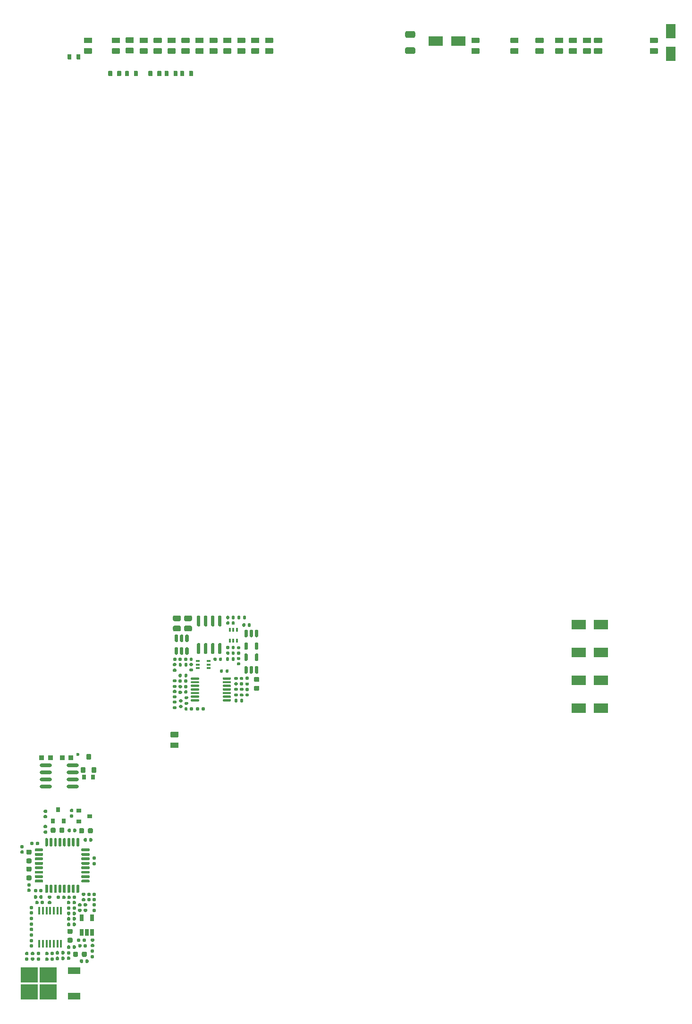
<source format=gtp>
G75*
G70*
%OFA0B0*%
%FSLAX25Y25*%
%IPPOS*%
%LPD*%
%AMOC8*
5,1,8,0,0,1.08239X$1,22.5*
%
%AMM13*
21,1,0.035430,0.030320,-0.000000,-0.000000,0.000000*
21,1,0.028350,0.037400,-0.000000,-0.000000,0.000000*
1,1,0.007090,0.014170,-0.015160*
1,1,0.007090,-0.014170,-0.015160*
1,1,0.007090,-0.014170,0.015160*
1,1,0.007090,0.014170,0.015160*
%
%AMM14*
21,1,0.033470,0.026770,-0.000000,-0.000000,180.000000*
21,1,0.026770,0.033470,-0.000000,-0.000000,180.000000*
1,1,0.006690,-0.013390,0.013390*
1,1,0.006690,0.013390,0.013390*
1,1,0.006690,0.013390,-0.013390*
1,1,0.006690,-0.013390,-0.013390*
%
%AMM15*
21,1,0.027560,0.030710,-0.000000,-0.000000,0.000000*
21,1,0.022050,0.036220,-0.000000,-0.000000,0.000000*
1,1,0.005510,0.011020,-0.015350*
1,1,0.005510,-0.011020,-0.015350*
1,1,0.005510,-0.011020,0.015350*
1,1,0.005510,0.011020,0.015350*
%
%ADD110R,0.08661X0.04724*%
%ADD111R,0.01772X0.05709*%
%ADD112R,0.02559X0.04803*%
%ADD114R,0.12008X0.10827*%
%ADD127M13*%
%ADD128M14*%
%ADD129M15*%
%ADD25R,0.03150X0.03543*%
%ADD28R,0.09843X0.07087*%
%ADD29R,0.07087X0.09843*%
%ADD35R,0.01575X0.02559*%
%ADD50C,0.02362*%
%ADD54R,0.02559X0.01575*%
%ADD62O,0.00000X0.00000*%
%ADD77R,0.03543X0.03150*%
%ADD99O,0.08661X0.02362*%
X0000000Y0000000D02*
%LPD*%
G01*
G36*
G01*
X0186516Y0780707D02*
X0191437Y0780707D01*
G75*
G02*
X0191831Y0780313I0000000J-000394D01*
G01*
X0191831Y0777163D01*
G75*
G02*
X0191437Y0776770I-000394J0000000D01*
G01*
X0186516Y0776770D01*
G75*
G02*
X0186122Y0777163I0000000J0000394D01*
G01*
X0186122Y0780313D01*
G75*
G02*
X0186516Y0780707I0000394J0000000D01*
G01*
G37*
G36*
G01*
X0186516Y0773226D02*
X0191437Y0773226D01*
G75*
G02*
X0191831Y0772833I0000000J-000394D01*
G01*
X0191831Y0769683D01*
G75*
G02*
X0191437Y0769289I-000394J0000000D01*
G01*
X0186516Y0769289D01*
G75*
G02*
X0186122Y0769683I0000000J0000394D01*
G01*
X0186122Y0772833D01*
G75*
G02*
X0186516Y0773226I0000394J0000000D01*
G01*
G37*
G36*
G01*
X0225886Y0780512D02*
X0230807Y0780512D01*
G75*
G02*
X0231201Y0780118I0000000J-000394D01*
G01*
X0231201Y0776969D01*
G75*
G02*
X0230807Y0776575I-000394J0000000D01*
G01*
X0225886Y0776575D01*
G75*
G02*
X0225492Y0776969I0000000J0000394D01*
G01*
X0225492Y0780118D01*
G75*
G02*
X0225886Y0780512I0000394J0000000D01*
G01*
G37*
G36*
G01*
X0225886Y0773031D02*
X0230807Y0773031D01*
G75*
G02*
X0231201Y0772638I0000000J-000394D01*
G01*
X0231201Y0769488D01*
G75*
G02*
X0230807Y0769094I-000394J0000000D01*
G01*
X0225886Y0769094D01*
G75*
G02*
X0225492Y0769488I0000000J0000394D01*
G01*
X0225492Y0772638D01*
G75*
G02*
X0225886Y0773031I0000394J0000000D01*
G01*
G37*
G36*
G01*
X0154134Y0768465D02*
X0154134Y0765394D01*
G75*
G02*
X0153858Y0765118I-000276J0000000D01*
G01*
X0151654Y0765118D01*
G75*
G02*
X0151378Y0765394I0000000J0000276D01*
G01*
X0151378Y0768465D01*
G75*
G02*
X0151654Y0768740I0000276J0000000D01*
G01*
X0153858Y0768740D01*
G75*
G02*
X0154134Y0768465I0000000J-000276D01*
G01*
G37*
G36*
G01*
X0147835Y0768465D02*
X0147835Y0765394D01*
G75*
G02*
X0147559Y0765118I-000276J0000000D01*
G01*
X0145354Y0765118D01*
G75*
G02*
X0145079Y0765394I0000000J0000276D01*
G01*
X0145079Y0768465D01*
G75*
G02*
X0145354Y0768740I0000276J0000000D01*
G01*
X0147559Y0768740D01*
G75*
G02*
X0147835Y0768465I0000000J-000276D01*
G01*
G37*
D28*
X0505906Y0307087D03*
X0521654Y0307087D03*
G36*
G01*
X0499508Y0780512D02*
X0504429Y0780512D01*
G75*
G02*
X0504823Y0780118I0000000J-000394D01*
G01*
X0504823Y0776969D01*
G75*
G02*
X0504429Y0776575I-000394J0000000D01*
G01*
X0499508Y0776575D01*
G75*
G02*
X0499114Y0776969I0000000J0000394D01*
G01*
X0499114Y0780118D01*
G75*
G02*
X0499508Y0780512I0000394J0000000D01*
G01*
G37*
G36*
G01*
X0499508Y0773031D02*
X0504429Y0773031D01*
G75*
G02*
X0504823Y0772638I0000000J-000394D01*
G01*
X0504823Y0769488D01*
G75*
G02*
X0504429Y0769094I-000394J0000000D01*
G01*
X0499508Y0769094D01*
G75*
G02*
X0499114Y0769488I0000000J0000394D01*
G01*
X0499114Y0772638D01*
G75*
G02*
X0499508Y0773031I0000394J0000000D01*
G01*
G37*
D62*
X0142470Y0275249D03*
G36*
G01*
X0173819Y0753583D02*
X0173819Y0756654D01*
G75*
G02*
X0174094Y0756929I0000276J0000000D01*
G01*
X0176299Y0756929D01*
G75*
G02*
X0176575Y0756654I0000000J-000276D01*
G01*
X0176575Y0753583D01*
G75*
G02*
X0176299Y0753307I-000276J0000000D01*
G01*
X0174094Y0753307D01*
G75*
G02*
X0173819Y0753583I0000000J0000276D01*
G01*
G37*
G36*
G01*
X0180118Y0753583D02*
X0180118Y0756654D01*
G75*
G02*
X0180394Y0756929I0000276J0000000D01*
G01*
X0182598Y0756929D01*
G75*
G02*
X0182874Y0756654I0000000J-000276D01*
G01*
X0182874Y0753583D01*
G75*
G02*
X0182598Y0753307I-000276J0000000D01*
G01*
X0180394Y0753307D01*
G75*
G02*
X0180118Y0753583I0000000J0000276D01*
G01*
G37*
G36*
G01*
X0475886Y0780512D02*
X0480807Y0780512D01*
G75*
G02*
X0481201Y0780118I0000000J-000394D01*
G01*
X0481201Y0776969D01*
G75*
G02*
X0480807Y0776575I-000394J0000000D01*
G01*
X0475886Y0776575D01*
G75*
G02*
X0475492Y0776969I0000000J0000394D01*
G01*
X0475492Y0780118D01*
G75*
G02*
X0475886Y0780512I0000394J0000000D01*
G01*
G37*
G36*
G01*
X0475886Y0773031D02*
X0480807Y0773031D01*
G75*
G02*
X0481201Y0772638I0000000J-000394D01*
G01*
X0481201Y0769488D01*
G75*
G02*
X0480807Y0769094I-000394J0000000D01*
G01*
X0475886Y0769094D01*
G75*
G02*
X0475492Y0769488I0000000J0000394D01*
G01*
X0475492Y0772638D01*
G75*
G02*
X0475886Y0773031I0000394J0000000D01*
G01*
G37*
G36*
G01*
X0196358Y0780512D02*
X0201280Y0780512D01*
G75*
G02*
X0201673Y0780118I0000000J-000394D01*
G01*
X0201673Y0776969D01*
G75*
G02*
X0201280Y0776575I-000394J0000000D01*
G01*
X0196358Y0776575D01*
G75*
G02*
X0195965Y0776969I0000000J0000394D01*
G01*
X0195965Y0780118D01*
G75*
G02*
X0196358Y0780512I0000394J0000000D01*
G01*
G37*
G36*
G01*
X0196358Y0773031D02*
X0201280Y0773031D01*
G75*
G02*
X0201673Y0772638I0000000J-000394D01*
G01*
X0201673Y0769488D01*
G75*
G02*
X0201280Y0769094I-000394J0000000D01*
G01*
X0196358Y0769094D01*
G75*
G02*
X0195965Y0769488I0000000J0000394D01*
G01*
X0195965Y0772638D01*
G75*
G02*
X0196358Y0773031I0000394J0000000D01*
G01*
G37*
G36*
G01*
X0265256Y0780512D02*
X0270177Y0780512D01*
G75*
G02*
X0270571Y0780118I0000000J-000394D01*
G01*
X0270571Y0776969D01*
G75*
G02*
X0270177Y0776575I-000394J0000000D01*
G01*
X0265256Y0776575D01*
G75*
G02*
X0264862Y0776969I0000000J0000394D01*
G01*
X0264862Y0780118D01*
G75*
G02*
X0265256Y0780512I0000394J0000000D01*
G01*
G37*
G36*
G01*
X0265256Y0773031D02*
X0270177Y0773031D01*
G75*
G02*
X0270571Y0772638I0000000J-000394D01*
G01*
X0270571Y0769488D01*
G75*
G02*
X0270177Y0769094I-000394J0000000D01*
G01*
X0265256Y0769094D01*
G75*
G02*
X0264862Y0769488I0000000J0000394D01*
G01*
X0264862Y0772638D01*
G75*
G02*
X0265256Y0773031I0000394J0000000D01*
G01*
G37*
G36*
G01*
X0383465Y0781360D02*
X0383465Y0784076D01*
G75*
G02*
X0384370Y0784982I0000906J0000000D01*
G01*
X0389646Y0784982D01*
G75*
G02*
X0390551Y0784076I0000000J-000906D01*
G01*
X0390551Y0781360D01*
G75*
G02*
X0389646Y0780454I-000906J0000000D01*
G01*
X0384370Y0780454D01*
G75*
G02*
X0383465Y0781360I0000000J0000906D01*
G01*
G37*
G36*
G01*
X0383465Y0769942D02*
X0383465Y0772659D01*
G75*
G02*
X0384370Y0773564I0000906J0000000D01*
G01*
X0389646Y0773564D01*
G75*
G02*
X0390551Y0772659I0000000J-000906D01*
G01*
X0390551Y0769942D01*
G75*
G02*
X0389646Y0769037I-000906J0000000D01*
G01*
X0384370Y0769037D01*
G75*
G02*
X0383465Y0769942I0000000J0000906D01*
G01*
G37*
G36*
G01*
X0509350Y0780512D02*
X0514272Y0780512D01*
G75*
G02*
X0514665Y0780118I0000000J-000394D01*
G01*
X0514665Y0776969D01*
G75*
G02*
X0514272Y0776575I-000394J0000000D01*
G01*
X0509350Y0776575D01*
G75*
G02*
X0508957Y0776969I0000000J0000394D01*
G01*
X0508957Y0780118D01*
G75*
G02*
X0509350Y0780512I0000394J0000000D01*
G01*
G37*
G36*
G01*
X0509350Y0773031D02*
X0514272Y0773031D01*
G75*
G02*
X0514665Y0772638I0000000J-000394D01*
G01*
X0514665Y0769488D01*
G75*
G02*
X0514272Y0769094I-000394J0000000D01*
G01*
X0509350Y0769094D01*
G75*
G02*
X0508957Y0769488I0000000J0000394D01*
G01*
X0508957Y0772638D01*
G75*
G02*
X0509350Y0773031I0000394J0000000D01*
G01*
G37*
G36*
G01*
X0211220Y0756654D02*
X0211220Y0753583D01*
G75*
G02*
X0210945Y0753307I-000276J0000000D01*
G01*
X0208740Y0753307D01*
G75*
G02*
X0208465Y0753583I0000000J0000276D01*
G01*
X0208465Y0756654D01*
G75*
G02*
X0208740Y0756929I0000276J0000000D01*
G01*
X0210945Y0756929D01*
G75*
G02*
X0211220Y0756654I0000000J-000276D01*
G01*
G37*
G36*
G01*
X0204921Y0756654D02*
X0204921Y0753583D01*
G75*
G02*
X0204646Y0753307I-000276J0000000D01*
G01*
X0202441Y0753307D01*
G75*
G02*
X0202165Y0753583I0000000J0000276D01*
G01*
X0202165Y0756654D01*
G75*
G02*
X0202441Y0756929I0000276J0000000D01*
G01*
X0204646Y0756929D01*
G75*
G02*
X0204921Y0756654I0000000J-000276D01*
G01*
G37*
D28*
X0420866Y0777953D03*
X0405118Y0777953D03*
X0505906Y0366142D03*
X0521654Y0366142D03*
G36*
G01*
X0176673Y0780512D02*
X0181594Y0780512D01*
G75*
G02*
X0181988Y0780118I0000000J-000394D01*
G01*
X0181988Y0776969D01*
G75*
G02*
X0181594Y0776575I-000394J0000000D01*
G01*
X0176673Y0776575D01*
G75*
G02*
X0176280Y0776969I0000000J0000394D01*
G01*
X0176280Y0780118D01*
G75*
G02*
X0176673Y0780512I0000394J0000000D01*
G01*
G37*
G36*
G01*
X0176673Y0773031D02*
X0181594Y0773031D01*
G75*
G02*
X0181988Y0772638I0000000J-000394D01*
G01*
X0181988Y0769488D01*
G75*
G02*
X0181594Y0769094I-000394J0000000D01*
G01*
X0176673Y0769094D01*
G75*
G02*
X0176280Y0769488I0000000J0000394D01*
G01*
X0176280Y0772638D01*
G75*
G02*
X0176673Y0773031I0000394J0000000D01*
G01*
G37*
G36*
G01*
X0222638Y0756654D02*
X0222638Y0753583D01*
G75*
G02*
X0222362Y0753307I-000276J0000000D01*
G01*
X0220157Y0753307D01*
G75*
G02*
X0219882Y0753583I0000000J0000276D01*
G01*
X0219882Y0756654D01*
G75*
G02*
X0220157Y0756929I0000276J0000000D01*
G01*
X0222362Y0756929D01*
G75*
G02*
X0222638Y0756654I0000000J-000276D01*
G01*
G37*
G36*
G01*
X0216339Y0756654D02*
X0216339Y0753583D01*
G75*
G02*
X0216063Y0753307I-000276J0000000D01*
G01*
X0213858Y0753307D01*
G75*
G02*
X0213583Y0753583I0000000J0000276D01*
G01*
X0213583Y0756654D01*
G75*
G02*
X0213858Y0756929I0000276J0000000D01*
G01*
X0216063Y0756929D01*
G75*
G02*
X0216339Y0756654I0000000J-000276D01*
G01*
G37*
G36*
G01*
X0517224Y0780512D02*
X0522146Y0780512D01*
G75*
G02*
X0522539Y0780118I0000000J-000394D01*
G01*
X0522539Y0776969D01*
G75*
G02*
X0522146Y0776575I-000394J0000000D01*
G01*
X0517224Y0776575D01*
G75*
G02*
X0516831Y0776969I0000000J0000394D01*
G01*
X0516831Y0780118D01*
G75*
G02*
X0517224Y0780512I0000394J0000000D01*
G01*
G37*
G36*
G01*
X0517224Y0773031D02*
X0522146Y0773031D01*
G75*
G02*
X0522539Y0772638I0000000J-000394D01*
G01*
X0522539Y0769488D01*
G75*
G02*
X0522146Y0769094I-000394J0000000D01*
G01*
X0517224Y0769094D01*
G75*
G02*
X0516831Y0769488I0000000J0000394D01*
G01*
X0516831Y0772638D01*
G75*
G02*
X0517224Y0773031I0000394J0000000D01*
G01*
G37*
G36*
G01*
X0275098Y0780512D02*
X0280020Y0780512D01*
G75*
G02*
X0280413Y0780118I0000000J-000394D01*
G01*
X0280413Y0776969D01*
G75*
G02*
X0280020Y0776575I-000394J0000000D01*
G01*
X0275098Y0776575D01*
G75*
G02*
X0274705Y0776969I0000000J0000394D01*
G01*
X0274705Y0780118D01*
G75*
G02*
X0275098Y0780512I0000394J0000000D01*
G01*
G37*
G36*
G01*
X0275098Y0773031D02*
X0280020Y0773031D01*
G75*
G02*
X0280413Y0772638I0000000J-000394D01*
G01*
X0280413Y0769488D01*
G75*
G02*
X0280020Y0769094I-000394J0000000D01*
G01*
X0275098Y0769094D01*
G75*
G02*
X0274705Y0769488I0000000J0000394D01*
G01*
X0274705Y0772638D01*
G75*
G02*
X0275098Y0773031I0000394J0000000D01*
G01*
G37*
G36*
G01*
X0556594Y0780512D02*
X0561516Y0780512D01*
G75*
G02*
X0561909Y0780118I0000000J-000394D01*
G01*
X0561909Y0776969D01*
G75*
G02*
X0561516Y0776575I-000394J0000000D01*
G01*
X0556594Y0776575D01*
G75*
G02*
X0556201Y0776969I0000000J0000394D01*
G01*
X0556201Y0780118D01*
G75*
G02*
X0556594Y0780512I0000394J0000000D01*
G01*
G37*
G36*
G01*
X0556594Y0773031D02*
X0561516Y0773031D01*
G75*
G02*
X0561909Y0772638I0000000J-000394D01*
G01*
X0561909Y0769488D01*
G75*
G02*
X0561516Y0769094I-000394J0000000D01*
G01*
X0556594Y0769094D01*
G75*
G02*
X0556201Y0769488I0000000J0000394D01*
G01*
X0556201Y0772638D01*
G75*
G02*
X0556594Y0773031I0000394J0000000D01*
G01*
G37*
G36*
G01*
X0185630Y0753583D02*
X0185630Y0756654D01*
G75*
G02*
X0185906Y0756929I0000276J0000000D01*
G01*
X0188110Y0756929D01*
G75*
G02*
X0188386Y0756654I0000000J-000276D01*
G01*
X0188386Y0753583D01*
G75*
G02*
X0188110Y0753307I-000276J0000000D01*
G01*
X0185906Y0753307D01*
G75*
G02*
X0185630Y0753583I0000000J0000276D01*
G01*
G37*
G36*
G01*
X0191929Y0753583D02*
X0191929Y0756654D01*
G75*
G02*
X0192205Y0756929I0000276J0000000D01*
G01*
X0194409Y0756929D01*
G75*
G02*
X0194685Y0756654I0000000J-000276D01*
G01*
X0194685Y0753583D01*
G75*
G02*
X0194409Y0753307I-000276J0000000D01*
G01*
X0192205Y0753307D01*
G75*
G02*
X0191929Y0753583I0000000J0000276D01*
G01*
G37*
G36*
G01*
X0235807Y0780512D02*
X0240728Y0780512D01*
G75*
G02*
X0241122Y0780118I0000000J-000394D01*
G01*
X0241122Y0776969D01*
G75*
G02*
X0240728Y0776575I-000394J0000000D01*
G01*
X0235807Y0776575D01*
G75*
G02*
X0235413Y0776969I0000000J0000394D01*
G01*
X0235413Y0780118D01*
G75*
G02*
X0235807Y0780512I0000394J0000000D01*
G01*
G37*
G36*
G01*
X0235807Y0773031D02*
X0240728Y0773031D01*
G75*
G02*
X0241122Y0772638I0000000J-000394D01*
G01*
X0241122Y0769488D01*
G75*
G02*
X0240728Y0769094I-000394J0000000D01*
G01*
X0235807Y0769094D01*
G75*
G02*
X0235413Y0769488I0000000J0000394D01*
G01*
X0235413Y0772638D01*
G75*
G02*
X0235807Y0773031I0000394J0000000D01*
G01*
G37*
G36*
G01*
X0156988Y0780512D02*
X0161909Y0780512D01*
G75*
G02*
X0162303Y0780118I0000000J-000394D01*
G01*
X0162303Y0776969D01*
G75*
G02*
X0161909Y0776575I-000394J0000000D01*
G01*
X0156988Y0776575D01*
G75*
G02*
X0156594Y0776969I0000000J0000394D01*
G01*
X0156594Y0780118D01*
G75*
G02*
X0156988Y0780512I0000394J0000000D01*
G01*
G37*
G36*
G01*
X0156988Y0773031D02*
X0161909Y0773031D01*
G75*
G02*
X0162303Y0772638I0000000J-000394D01*
G01*
X0162303Y0769488D01*
G75*
G02*
X0161909Y0769094I-000394J0000000D01*
G01*
X0156988Y0769094D01*
G75*
G02*
X0156594Y0769488I0000000J0000394D01*
G01*
X0156594Y0772638D01*
G75*
G02*
X0156988Y0773031I0000394J0000000D01*
G01*
G37*
G36*
G01*
X0206201Y0780512D02*
X0211122Y0780512D01*
G75*
G02*
X0211516Y0780118I0000000J-000394D01*
G01*
X0211516Y0776969D01*
G75*
G02*
X0211122Y0776575I-000394J0000000D01*
G01*
X0206201Y0776575D01*
G75*
G02*
X0205807Y0776969I0000000J0000394D01*
G01*
X0205807Y0780118D01*
G75*
G02*
X0206201Y0780512I0000394J0000000D01*
G01*
G37*
G36*
G01*
X0206201Y0773031D02*
X0211122Y0773031D01*
G75*
G02*
X0211516Y0772638I0000000J-000394D01*
G01*
X0211516Y0769488D01*
G75*
G02*
X0211122Y0769094I-000394J0000000D01*
G01*
X0206201Y0769094D01*
G75*
G02*
X0205807Y0769488I0000000J0000394D01*
G01*
X0205807Y0772638D01*
G75*
G02*
X0206201Y0773031I0000394J0000000D01*
G01*
G37*
G36*
G01*
X0458169Y0780512D02*
X0463091Y0780512D01*
G75*
G02*
X0463484Y0780118I0000000J-000394D01*
G01*
X0463484Y0776969D01*
G75*
G02*
X0463091Y0776575I-000394J0000000D01*
G01*
X0458169Y0776575D01*
G75*
G02*
X0457776Y0776969I0000000J0000394D01*
G01*
X0457776Y0780118D01*
G75*
G02*
X0458169Y0780512I0000394J0000000D01*
G01*
G37*
G36*
G01*
X0458169Y0773031D02*
X0463091Y0773031D01*
G75*
G02*
X0463484Y0772638I0000000J-000394D01*
G01*
X0463484Y0769488D01*
G75*
G02*
X0463091Y0769094I-000394J0000000D01*
G01*
X0458169Y0769094D01*
G75*
G02*
X0457776Y0769488I0000000J0000394D01*
G01*
X0457776Y0772638D01*
G75*
G02*
X0458169Y0773031I0000394J0000000D01*
G01*
G37*
X0505906Y0346457D03*
X0521654Y0346457D03*
D29*
X0570866Y0769192D03*
X0570866Y0784941D03*
G36*
G01*
X0245571Y0780512D02*
X0250492Y0780512D01*
G75*
G02*
X0250886Y0780118I0000000J-000394D01*
G01*
X0250886Y0776969D01*
G75*
G02*
X0250492Y0776575I-000394J0000000D01*
G01*
X0245571Y0776575D01*
G75*
G02*
X0245177Y0776969I0000000J0000394D01*
G01*
X0245177Y0780118D01*
G75*
G02*
X0245571Y0780512I0000394J0000000D01*
G01*
G37*
G36*
G01*
X0245571Y0773031D02*
X0250492Y0773031D01*
G75*
G02*
X0250886Y0772638I0000000J-000394D01*
G01*
X0250886Y0769488D01*
G75*
G02*
X0250492Y0769094I-000394J0000000D01*
G01*
X0245571Y0769094D01*
G75*
G02*
X0245177Y0769488I0000000J0000394D01*
G01*
X0245177Y0772638D01*
G75*
G02*
X0245571Y0773031I0000394J0000000D01*
G01*
G37*
G36*
G01*
X0284941Y0780512D02*
X0289862Y0780512D01*
G75*
G02*
X0290256Y0780118I0000000J-000394D01*
G01*
X0290256Y0776969D01*
G75*
G02*
X0289862Y0776575I-000394J0000000D01*
G01*
X0284941Y0776575D01*
G75*
G02*
X0284547Y0776969I0000000J0000394D01*
G01*
X0284547Y0780118D01*
G75*
G02*
X0284941Y0780512I0000394J0000000D01*
G01*
G37*
G36*
G01*
X0284941Y0773031D02*
X0289862Y0773031D01*
G75*
G02*
X0290256Y0772638I0000000J-000394D01*
G01*
X0290256Y0769488D01*
G75*
G02*
X0289862Y0769094I-000394J0000000D01*
G01*
X0284941Y0769094D01*
G75*
G02*
X0284547Y0769488I0000000J0000394D01*
G01*
X0284547Y0772638D01*
G75*
G02*
X0284941Y0773031I0000394J0000000D01*
G01*
G37*
G36*
G01*
X0430610Y0780512D02*
X0435531Y0780512D01*
G75*
G02*
X0435925Y0780118I0000000J-000394D01*
G01*
X0435925Y0776969D01*
G75*
G02*
X0435531Y0776575I-000394J0000000D01*
G01*
X0430610Y0776575D01*
G75*
G02*
X0430217Y0776969I0000000J0000394D01*
G01*
X0430217Y0780118D01*
G75*
G02*
X0430610Y0780512I0000394J0000000D01*
G01*
G37*
G36*
G01*
X0430610Y0773031D02*
X0435531Y0773031D01*
G75*
G02*
X0435925Y0772638I0000000J-000394D01*
G01*
X0435925Y0769488D01*
G75*
G02*
X0435531Y0769094I-000394J0000000D01*
G01*
X0430610Y0769094D01*
G75*
G02*
X0430217Y0769488I0000000J0000394D01*
G01*
X0430217Y0772638D01*
G75*
G02*
X0430610Y0773031I0000394J0000000D01*
G01*
G37*
G36*
G01*
X0489665Y0780512D02*
X0494587Y0780512D01*
G75*
G02*
X0494980Y0780118I0000000J-000394D01*
G01*
X0494980Y0776969D01*
G75*
G02*
X0494587Y0776575I-000394J0000000D01*
G01*
X0489665Y0776575D01*
G75*
G02*
X0489272Y0776969I0000000J0000394D01*
G01*
X0489272Y0780118D01*
G75*
G02*
X0489665Y0780512I0000394J0000000D01*
G01*
G37*
G36*
G01*
X0489665Y0773031D02*
X0494587Y0773031D01*
G75*
G02*
X0494980Y0772638I0000000J-000394D01*
G01*
X0494980Y0769488D01*
G75*
G02*
X0494587Y0769094I-000394J0000000D01*
G01*
X0489665Y0769094D01*
G75*
G02*
X0489272Y0769488I0000000J0000394D01*
G01*
X0489272Y0772638D01*
G75*
G02*
X0489665Y0773031I0000394J0000000D01*
G01*
G37*
G36*
G01*
X0233661Y0756654D02*
X0233661Y0753583D01*
G75*
G02*
X0233386Y0753307I-000276J0000000D01*
G01*
X0231181Y0753307D01*
G75*
G02*
X0230906Y0753583I0000000J0000276D01*
G01*
X0230906Y0756654D01*
G75*
G02*
X0231181Y0756929I0000276J0000000D01*
G01*
X0233386Y0756929D01*
G75*
G02*
X0233661Y0756654I0000000J-000276D01*
G01*
G37*
G36*
G01*
X0227362Y0756654D02*
X0227362Y0753583D01*
G75*
G02*
X0227087Y0753307I-000276J0000000D01*
G01*
X0224882Y0753307D01*
G75*
G02*
X0224606Y0753583I0000000J0000276D01*
G01*
X0224606Y0756654D01*
G75*
G02*
X0224882Y0756929I0000276J0000000D01*
G01*
X0227087Y0756929D01*
G75*
G02*
X0227362Y0756654I0000000J-000276D01*
G01*
G37*
G36*
G01*
X0216043Y0780512D02*
X0220965Y0780512D01*
G75*
G02*
X0221358Y0780118I0000000J-000394D01*
G01*
X0221358Y0776969D01*
G75*
G02*
X0220965Y0776575I-000394J0000000D01*
G01*
X0216043Y0776575D01*
G75*
G02*
X0215650Y0776969I0000000J0000394D01*
G01*
X0215650Y0780118D01*
G75*
G02*
X0216043Y0780512I0000394J0000000D01*
G01*
G37*
G36*
G01*
X0216043Y0773031D02*
X0220965Y0773031D01*
G75*
G02*
X0221358Y0772638I0000000J-000394D01*
G01*
X0221358Y0769488D01*
G75*
G02*
X0220965Y0769094I-000394J0000000D01*
G01*
X0216043Y0769094D01*
G75*
G02*
X0215650Y0769488I0000000J0000394D01*
G01*
X0215650Y0772638D01*
G75*
G02*
X0216043Y0773031I0000394J0000000D01*
G01*
G37*
G36*
G01*
X0255413Y0780512D02*
X0260335Y0780512D01*
G75*
G02*
X0260728Y0780118I0000000J-000394D01*
G01*
X0260728Y0776969D01*
G75*
G02*
X0260335Y0776575I-000394J0000000D01*
G01*
X0255413Y0776575D01*
G75*
G02*
X0255020Y0776969I0000000J0000394D01*
G01*
X0255020Y0780118D01*
G75*
G02*
X0255413Y0780512I0000394J0000000D01*
G01*
G37*
G36*
G01*
X0255413Y0773031D02*
X0260335Y0773031D01*
G75*
G02*
X0260728Y0772638I0000000J-000394D01*
G01*
X0260728Y0769488D01*
G75*
G02*
X0260335Y0769094I-000394J0000000D01*
G01*
X0255413Y0769094D01*
G75*
G02*
X0255020Y0769488I0000000J0000394D01*
G01*
X0255020Y0772638D01*
G75*
G02*
X0255413Y0773031I0000394J0000000D01*
G01*
G37*
D28*
X0505906Y0326772D03*
X0521654Y0326772D03*
G36*
G01*
X0218110Y0290354D02*
X0223031Y0290354D01*
G75*
G02*
X0223425Y0289961I0000000J-000394D01*
G01*
X0223425Y0286811D01*
G75*
G02*
X0223031Y0286417I-000394J0000000D01*
G01*
X0218110Y0286417D01*
G75*
G02*
X0217717Y0286811I0000000J0000394D01*
G01*
X0217717Y0289961D01*
G75*
G02*
X0218110Y0290354I0000394J0000000D01*
G01*
G37*
G36*
G01*
X0218110Y0282874D02*
X0223031Y0282874D01*
G75*
G02*
X0223425Y0282480I0000000J-000394D01*
G01*
X0223425Y0279331D01*
G75*
G02*
X0223031Y0278937I-000394J0000000D01*
G01*
X0218110Y0278937D01*
G75*
G02*
X0217717Y0279331I0000000J0000394D01*
G01*
X0217717Y0282480D01*
G75*
G02*
X0218110Y0282874I0000394J0000000D01*
G01*
G37*
X0217126Y0375197D02*
%LPD*%
G01*
G36*
G01*
X0224272Y0313307D02*
X0225728Y0313307D01*
G75*
G02*
X0226260Y0312776I0000000J-000531D01*
G01*
X0226260Y0311713D01*
G75*
G02*
X0225728Y0311181I-000531J0000000D01*
G01*
X0224272Y0311181D01*
G75*
G02*
X0223740Y0311713I0000000J0000531D01*
G01*
X0223740Y0312776D01*
G75*
G02*
X0224272Y0313307I0000531J0000000D01*
G01*
G37*
G36*
G01*
X0224272Y0309291D02*
X0225728Y0309291D01*
G75*
G02*
X0226260Y0308760I0000000J-000531D01*
G01*
X0226260Y0307697D01*
G75*
G02*
X0225728Y0307166I-000531J0000000D01*
G01*
X0224272Y0307166D01*
G75*
G02*
X0223740Y0307697I0000000J0000531D01*
G01*
X0223740Y0308760D01*
G75*
G02*
X0224272Y0309291I0000531J0000000D01*
G01*
G37*
G36*
G01*
X0271654Y0331457D02*
X0270472Y0331457D01*
G75*
G02*
X0269882Y0332047I0000000J0000591D01*
G01*
X0269882Y0336083D01*
G75*
G02*
X0270472Y0336673I0000591J0000000D01*
G01*
X0271654Y0336673D01*
G75*
G02*
X0272244Y0336083I0000000J-000591D01*
G01*
X0272244Y0332047D01*
G75*
G02*
X0271654Y0331457I-000591J0000000D01*
G01*
G37*
G36*
G01*
X0275394Y0331457D02*
X0274213Y0331457D01*
G75*
G02*
X0273622Y0332047I0000000J0000591D01*
G01*
X0273622Y0336083D01*
G75*
G02*
X0274213Y0336673I0000591J0000000D01*
G01*
X0275394Y0336673D01*
G75*
G02*
X0275984Y0336083I0000000J-000591D01*
G01*
X0275984Y0332047D01*
G75*
G02*
X0275394Y0331457I-000591J0000000D01*
G01*
G37*
G36*
G01*
X0279134Y0331457D02*
X0277953Y0331457D01*
G75*
G02*
X0277362Y0332047I0000000J0000591D01*
G01*
X0277362Y0336083D01*
G75*
G02*
X0277953Y0336673I0000591J0000000D01*
G01*
X0279134Y0336673D01*
G75*
G02*
X0279724Y0336083I0000000J-000591D01*
G01*
X0279724Y0332047D01*
G75*
G02*
X0279134Y0331457I-000591J0000000D01*
G01*
G37*
G36*
G01*
X0279134Y0340414D02*
X0277953Y0340414D01*
G75*
G02*
X0277362Y0341004I0000000J0000591D01*
G01*
X0277362Y0345040D01*
G75*
G02*
X0277953Y0345630I0000591J0000000D01*
G01*
X0279134Y0345630D01*
G75*
G02*
X0279724Y0345040I0000000J-000591D01*
G01*
X0279724Y0341004D01*
G75*
G02*
X0279134Y0340414I-000591J0000000D01*
G01*
G37*
G36*
G01*
X0271654Y0340414D02*
X0270472Y0340414D01*
G75*
G02*
X0269882Y0341004I0000000J0000591D01*
G01*
X0269882Y0345040D01*
G75*
G02*
X0270472Y0345630I0000591J0000000D01*
G01*
X0271654Y0345630D01*
G75*
G02*
X0272244Y0345040I0000000J-000591D01*
G01*
X0272244Y0341004D01*
G75*
G02*
X0271654Y0340414I-000591J0000000D01*
G01*
G37*
G36*
G01*
X0264646Y0323110D02*
X0263307Y0323110D01*
G75*
G02*
X0262756Y0323662I0000000J0000551D01*
G01*
X0262756Y0324764D01*
G75*
G02*
X0263307Y0325315I0000551J0000000D01*
G01*
X0264646Y0325315D01*
G75*
G02*
X0265197Y0324764I0000000J-000551D01*
G01*
X0265197Y0323662D01*
G75*
G02*
X0264646Y0323110I-000551J0000000D01*
G01*
G37*
G36*
G01*
X0264646Y0326890D02*
X0263307Y0326890D01*
G75*
G02*
X0262756Y0327441I0000000J0000551D01*
G01*
X0262756Y0328543D01*
G75*
G02*
X0263307Y0329095I0000551J0000000D01*
G01*
X0264646Y0329095D01*
G75*
G02*
X0265197Y0328543I0000000J-000551D01*
G01*
X0265197Y0327441D01*
G75*
G02*
X0264646Y0326890I-000551J0000000D01*
G01*
G37*
G36*
G01*
X0251988Y0372421D02*
X0253169Y0372421D01*
G75*
G02*
X0253760Y0371831I0000000J-000591D01*
G01*
X0253760Y0365335D01*
G75*
G02*
X0253169Y0364744I-000591J0000000D01*
G01*
X0251988Y0364744D01*
G75*
G02*
X0251398Y0365335I0000000J0000591D01*
G01*
X0251398Y0371831D01*
G75*
G02*
X0251988Y0372421I0000591J0000000D01*
G01*
G37*
G36*
G01*
X0246988Y0372421D02*
X0248169Y0372421D01*
G75*
G02*
X0248760Y0371831I0000000J-000591D01*
G01*
X0248760Y0365335D01*
G75*
G02*
X0248169Y0364744I-000591J0000000D01*
G01*
X0246988Y0364744D01*
G75*
G02*
X0246398Y0365335I0000000J0000591D01*
G01*
X0246398Y0371831D01*
G75*
G02*
X0246988Y0372421I0000591J0000000D01*
G01*
G37*
G36*
G01*
X0241988Y0372421D02*
X0243169Y0372421D01*
G75*
G02*
X0243760Y0371831I0000000J-000591D01*
G01*
X0243760Y0365335D01*
G75*
G02*
X0243169Y0364744I-000591J0000000D01*
G01*
X0241988Y0364744D01*
G75*
G02*
X0241398Y0365335I0000000J0000591D01*
G01*
X0241398Y0371831D01*
G75*
G02*
X0241988Y0372421I0000591J0000000D01*
G01*
G37*
G36*
G01*
X0236988Y0372421D02*
X0238169Y0372421D01*
G75*
G02*
X0238760Y0371831I0000000J-000591D01*
G01*
X0238760Y0365335D01*
G75*
G02*
X0238169Y0364744I-000591J0000000D01*
G01*
X0236988Y0364744D01*
G75*
G02*
X0236398Y0365335I0000000J0000591D01*
G01*
X0236398Y0371831D01*
G75*
G02*
X0236988Y0372421I0000591J0000000D01*
G01*
G37*
G36*
G01*
X0236988Y0352933D02*
X0238169Y0352933D01*
G75*
G02*
X0238760Y0352343I0000000J-000591D01*
G01*
X0238760Y0345847D01*
G75*
G02*
X0238169Y0345256I-000591J0000000D01*
G01*
X0236988Y0345256D01*
G75*
G02*
X0236398Y0345847I0000000J0000591D01*
G01*
X0236398Y0352343D01*
G75*
G02*
X0236988Y0352933I0000591J0000000D01*
G01*
G37*
G36*
G01*
X0241988Y0352933D02*
X0243169Y0352933D01*
G75*
G02*
X0243760Y0352343I0000000J-000591D01*
G01*
X0243760Y0345847D01*
G75*
G02*
X0243169Y0345256I-000591J0000000D01*
G01*
X0241988Y0345256D01*
G75*
G02*
X0241398Y0345847I0000000J0000591D01*
G01*
X0241398Y0352343D01*
G75*
G02*
X0241988Y0352933I0000591J0000000D01*
G01*
G37*
G36*
G01*
X0246988Y0352933D02*
X0248169Y0352933D01*
G75*
G02*
X0248760Y0352343I0000000J-000591D01*
G01*
X0248760Y0345847D01*
G75*
G02*
X0248169Y0345256I-000591J0000000D01*
G01*
X0246988Y0345256D01*
G75*
G02*
X0246398Y0345847I0000000J0000591D01*
G01*
X0246398Y0352343D01*
G75*
G02*
X0246988Y0352933I0000591J0000000D01*
G01*
G37*
G36*
G01*
X0251988Y0352933D02*
X0253169Y0352933D01*
G75*
G02*
X0253760Y0352343I0000000J-000591D01*
G01*
X0253760Y0345847D01*
G75*
G02*
X0253169Y0345256I-000591J0000000D01*
G01*
X0251988Y0345256D01*
G75*
G02*
X0251398Y0345847I0000000J0000591D01*
G01*
X0251398Y0352343D01*
G75*
G02*
X0251988Y0352933I0000591J0000000D01*
G01*
G37*
G36*
G01*
X0268465Y0365079D02*
X0268465Y0366417D01*
G75*
G02*
X0269016Y0366969I0000551J0000000D01*
G01*
X0270118Y0366969D01*
G75*
G02*
X0270669Y0366417I0000000J-000551D01*
G01*
X0270669Y0365079D01*
G75*
G02*
X0270118Y0364528I-000551J0000000D01*
G01*
X0269016Y0364528D01*
G75*
G02*
X0268465Y0365079I0000000J0000551D01*
G01*
G37*
G36*
G01*
X0272244Y0365079D02*
X0272244Y0366417D01*
G75*
G02*
X0272795Y0366969I0000551J0000000D01*
G01*
X0273898Y0366969D01*
G75*
G02*
X0274449Y0366417I0000000J-000551D01*
G01*
X0274449Y0365079D01*
G75*
G02*
X0273898Y0364528I-000551J0000000D01*
G01*
X0272795Y0364528D01*
G75*
G02*
X0272244Y0365079I0000000J0000551D01*
G01*
G37*
D35*
X0264705Y0362284D03*
X0262146Y0362284D03*
X0259587Y0362284D03*
X0259587Y0354803D03*
X0262146Y0354803D03*
X0264705Y0354803D03*
G36*
G01*
X0257106Y0345276D02*
X0257106Y0346614D01*
G75*
G02*
X0257657Y0347166I0000551J0000000D01*
G01*
X0258760Y0347166D01*
G75*
G02*
X0259311Y0346614I0000000J-000551D01*
G01*
X0259311Y0345276D01*
G75*
G02*
X0258760Y0344725I-000551J0000000D01*
G01*
X0257657Y0344725D01*
G75*
G02*
X0257106Y0345276I0000000J0000551D01*
G01*
G37*
G36*
G01*
X0260886Y0345276D02*
X0260886Y0346614D01*
G75*
G02*
X0261437Y0347166I0000551J0000000D01*
G01*
X0262539Y0347166D01*
G75*
G02*
X0263091Y0346614I0000000J-000551D01*
G01*
X0263091Y0345276D01*
G75*
G02*
X0262539Y0344725I-000551J0000000D01*
G01*
X0261437Y0344725D01*
G75*
G02*
X0260886Y0345276I0000000J0000551D01*
G01*
G37*
G36*
G01*
X0263248Y0321378D02*
X0264705Y0321378D01*
G75*
G02*
X0265236Y0320847I0000000J-000531D01*
G01*
X0265236Y0319784D01*
G75*
G02*
X0264705Y0319252I-000531J0000000D01*
G01*
X0263248Y0319252D01*
G75*
G02*
X0262717Y0319784I0000000J0000531D01*
G01*
X0262717Y0320847D01*
G75*
G02*
X0263248Y0321378I0000531J0000000D01*
G01*
G37*
G36*
G01*
X0263248Y0317362D02*
X0264705Y0317362D01*
G75*
G02*
X0265236Y0316831I0000000J-000531D01*
G01*
X0265236Y0315768D01*
G75*
G02*
X0264705Y0315236I-000531J0000000D01*
G01*
X0263248Y0315236D01*
G75*
G02*
X0262717Y0315768I0000000J0000531D01*
G01*
X0262717Y0316831D01*
G75*
G02*
X0263248Y0317362I0000531J0000000D01*
G01*
G37*
G36*
G01*
X0254134Y0342284D02*
X0254134Y0340945D01*
G75*
G02*
X0253583Y0340394I-000551J0000000D01*
G01*
X0252480Y0340394D01*
G75*
G02*
X0251929Y0340945I0000000J0000551D01*
G01*
X0251929Y0342284D01*
G75*
G02*
X0252480Y0342835I0000551J0000000D01*
G01*
X0253583Y0342835D01*
G75*
G02*
X0254134Y0342284I0000000J-000551D01*
G01*
G37*
G36*
G01*
X0250354Y0342284D02*
X0250354Y0340945D01*
G75*
G02*
X0249803Y0340394I-000551J0000000D01*
G01*
X0248701Y0340394D01*
G75*
G02*
X0248150Y0340945I0000000J0000551D01*
G01*
X0248150Y0342284D01*
G75*
G02*
X0248701Y0342835I0000551J0000000D01*
G01*
X0249803Y0342835D01*
G75*
G02*
X0250354Y0342284I0000000J-000551D01*
G01*
G37*
G36*
G01*
X0257106Y0349213D02*
X0257106Y0350551D01*
G75*
G02*
X0257657Y0351103I0000551J0000000D01*
G01*
X0258760Y0351103D01*
G75*
G02*
X0259311Y0350551I0000000J-000551D01*
G01*
X0259311Y0349213D01*
G75*
G02*
X0258760Y0348662I-000551J0000000D01*
G01*
X0257657Y0348662D01*
G75*
G02*
X0257106Y0349213I0000000J0000551D01*
G01*
G37*
G36*
G01*
X0260886Y0349213D02*
X0260886Y0350551D01*
G75*
G02*
X0261437Y0351103I0000551J0000000D01*
G01*
X0262539Y0351103D01*
G75*
G02*
X0263091Y0350551I0000000J-000551D01*
G01*
X0263091Y0349213D01*
G75*
G02*
X0262539Y0348662I-000551J0000000D01*
G01*
X0261437Y0348662D01*
G75*
G02*
X0260886Y0349213I0000000J0000551D01*
G01*
G37*
G36*
G01*
X0272520Y0315236D02*
X0271181Y0315236D01*
G75*
G02*
X0270630Y0315788I0000000J0000551D01*
G01*
X0270630Y0316890D01*
G75*
G02*
X0271181Y0317441I0000551J0000000D01*
G01*
X0272520Y0317441D01*
G75*
G02*
X0273071Y0316890I0000000J-000551D01*
G01*
X0273071Y0315788D01*
G75*
G02*
X0272520Y0315236I-000551J0000000D01*
G01*
G37*
G36*
G01*
X0272520Y0319016D02*
X0271181Y0319016D01*
G75*
G02*
X0270630Y0319567I0000000J0000551D01*
G01*
X0270630Y0320669D01*
G75*
G02*
X0271181Y0321221I0000551J0000000D01*
G01*
X0272520Y0321221D01*
G75*
G02*
X0273071Y0320669I0000000J-000551D01*
G01*
X0273071Y0319567D01*
G75*
G02*
X0272520Y0319016I-000551J0000000D01*
G01*
G37*
G36*
G01*
X0262913Y0311673D02*
X0262913Y0313130D01*
G75*
G02*
X0263445Y0313662I0000531J0000000D01*
G01*
X0264508Y0313662D01*
G75*
G02*
X0265039Y0313130I0000000J-000531D01*
G01*
X0265039Y0311673D01*
G75*
G02*
X0264508Y0311142I-000531J0000000D01*
G01*
X0263445Y0311142D01*
G75*
G02*
X0262913Y0311673I0000000J0000531D01*
G01*
G37*
G36*
G01*
X0266929Y0311673D02*
X0266929Y0313130D01*
G75*
G02*
X0267461Y0313662I0000531J0000000D01*
G01*
X0268524Y0313662D01*
G75*
G02*
X0269055Y0313130I0000000J-000531D01*
G01*
X0269055Y0311673D01*
G75*
G02*
X0268524Y0311142I-000531J0000000D01*
G01*
X0267461Y0311142D01*
G75*
G02*
X0266929Y0311673I0000000J0000531D01*
G01*
G37*
G36*
G01*
X0233425Y0342205D02*
X0233425Y0340866D01*
G75*
G02*
X0232874Y0340315I-000551J0000000D01*
G01*
X0231772Y0340315D01*
G75*
G02*
X0231220Y0340866I0000000J0000551D01*
G01*
X0231220Y0342205D01*
G75*
G02*
X0231772Y0342756I0000551J0000000D01*
G01*
X0232874Y0342756D01*
G75*
G02*
X0233425Y0342205I0000000J-000551D01*
G01*
G37*
G36*
G01*
X0229646Y0342205D02*
X0229646Y0340866D01*
G75*
G02*
X0229095Y0340315I-000551J0000000D01*
G01*
X0227992Y0340315D01*
G75*
G02*
X0227441Y0340866I0000000J0000551D01*
G01*
X0227441Y0342205D01*
G75*
G02*
X0227992Y0342756I0000551J0000000D01*
G01*
X0229095Y0342756D01*
G75*
G02*
X0229646Y0342205I0000000J-000551D01*
G01*
G37*
G36*
G01*
X0225630Y0342205D02*
X0225630Y0340866D01*
G75*
G02*
X0225079Y0340315I-000551J0000000D01*
G01*
X0223976Y0340315D01*
G75*
G02*
X0223425Y0340866I0000000J0000551D01*
G01*
X0223425Y0342205D01*
G75*
G02*
X0223976Y0342756I0000551J0000000D01*
G01*
X0225079Y0342756D01*
G75*
G02*
X0225630Y0342205I0000000J-000551D01*
G01*
G37*
G36*
G01*
X0221850Y0342205D02*
X0221850Y0340866D01*
G75*
G02*
X0221299Y0340315I-000551J0000000D01*
G01*
X0220197Y0340315D01*
G75*
G02*
X0219646Y0340866I0000000J0000551D01*
G01*
X0219646Y0342205D01*
G75*
G02*
X0220197Y0342756I0000551J0000000D01*
G01*
X0221299Y0342756D01*
G75*
G02*
X0221850Y0342205I0000000J-000551D01*
G01*
G37*
G36*
G01*
X0229685Y0338366D02*
X0229685Y0336910D01*
G75*
G02*
X0229154Y0336378I-000531J0000000D01*
G01*
X0228091Y0336378D01*
G75*
G02*
X0227559Y0336910I0000000J0000531D01*
G01*
X0227559Y0338366D01*
G75*
G02*
X0228091Y0338898I0000531J0000000D01*
G01*
X0229154Y0338898D01*
G75*
G02*
X0229685Y0338366I0000000J-000531D01*
G01*
G37*
G36*
G01*
X0225669Y0338366D02*
X0225669Y0336910D01*
G75*
G02*
X0225138Y0336378I-000531J0000000D01*
G01*
X0224075Y0336378D01*
G75*
G02*
X0223543Y0336910I0000000J0000531D01*
G01*
X0223543Y0338366D01*
G75*
G02*
X0224075Y0338898I0000531J0000000D01*
G01*
X0225138Y0338898D01*
G75*
G02*
X0225669Y0338366I0000000J-000531D01*
G01*
G37*
G36*
G01*
X0227874Y0323347D02*
X0229213Y0323347D01*
G75*
G02*
X0229764Y0322795I0000000J-000551D01*
G01*
X0229764Y0321693D01*
G75*
G02*
X0229213Y0321142I-000551J0000000D01*
G01*
X0227874Y0321142D01*
G75*
G02*
X0227323Y0321693I0000000J0000551D01*
G01*
X0227323Y0322795D01*
G75*
G02*
X0227874Y0323347I0000551J0000000D01*
G01*
G37*
G36*
G01*
X0227874Y0319567D02*
X0229213Y0319567D01*
G75*
G02*
X0229764Y0319016I0000000J-000551D01*
G01*
X0229764Y0317914D01*
G75*
G02*
X0229213Y0317362I-000551J0000000D01*
G01*
X0227874Y0317362D01*
G75*
G02*
X0227323Y0317914I0000000J0000551D01*
G01*
X0227323Y0319016D01*
G75*
G02*
X0227874Y0319567I0000551J0000000D01*
G01*
G37*
G36*
G01*
X0260433Y0312992D02*
X0260433Y0312205D01*
G75*
G02*
X0260039Y0311811I-000394J0000000D01*
G01*
X0255020Y0311811D01*
G75*
G02*
X0254626Y0312205I0000000J0000394D01*
G01*
X0254626Y0312992D01*
G75*
G02*
X0255020Y0313386I0000394J0000000D01*
G01*
X0260039Y0313386D01*
G75*
G02*
X0260433Y0312992I0000000J-000394D01*
G01*
G37*
G36*
G01*
X0260433Y0315551D02*
X0260433Y0314764D01*
G75*
G02*
X0260039Y0314370I-000394J0000000D01*
G01*
X0255020Y0314370D01*
G75*
G02*
X0254626Y0314764I0000000J0000394D01*
G01*
X0254626Y0315551D01*
G75*
G02*
X0255020Y0315945I0000394J0000000D01*
G01*
X0260039Y0315945D01*
G75*
G02*
X0260433Y0315551I0000000J-000394D01*
G01*
G37*
G36*
G01*
X0260433Y0318110D02*
X0260433Y0317323D01*
G75*
G02*
X0260039Y0316929I-000394J0000000D01*
G01*
X0255020Y0316929D01*
G75*
G02*
X0254626Y0317323I0000000J0000394D01*
G01*
X0254626Y0318110D01*
G75*
G02*
X0255020Y0318504I0000394J0000000D01*
G01*
X0260039Y0318504D01*
G75*
G02*
X0260433Y0318110I0000000J-000394D01*
G01*
G37*
G36*
G01*
X0260433Y0320669D02*
X0260433Y0319882D01*
G75*
G02*
X0260039Y0319488I-000394J0000000D01*
G01*
X0255020Y0319488D01*
G75*
G02*
X0254626Y0319882I0000000J0000394D01*
G01*
X0254626Y0320669D01*
G75*
G02*
X0255020Y0321063I0000394J0000000D01*
G01*
X0260039Y0321063D01*
G75*
G02*
X0260433Y0320669I0000000J-000394D01*
G01*
G37*
G36*
G01*
X0260433Y0323228D02*
X0260433Y0322441D01*
G75*
G02*
X0260039Y0322047I-000394J0000000D01*
G01*
X0255020Y0322047D01*
G75*
G02*
X0254626Y0322441I0000000J0000394D01*
G01*
X0254626Y0323228D01*
G75*
G02*
X0255020Y0323622I0000394J0000000D01*
G01*
X0260039Y0323622D01*
G75*
G02*
X0260433Y0323228I0000000J-000394D01*
G01*
G37*
G36*
G01*
X0260433Y0325788D02*
X0260433Y0325000D01*
G75*
G02*
X0260039Y0324606I-000394J0000000D01*
G01*
X0255020Y0324606D01*
G75*
G02*
X0254626Y0325000I0000000J0000394D01*
G01*
X0254626Y0325788D01*
G75*
G02*
X0255020Y0326181I0000394J0000000D01*
G01*
X0260039Y0326181D01*
G75*
G02*
X0260433Y0325788I0000000J-000394D01*
G01*
G37*
G36*
G01*
X0260433Y0328347D02*
X0260433Y0327559D01*
G75*
G02*
X0260039Y0327166I-000394J0000000D01*
G01*
X0255020Y0327166D01*
G75*
G02*
X0254626Y0327559I0000000J0000394D01*
G01*
X0254626Y0328347D01*
G75*
G02*
X0255020Y0328740I0000394J0000000D01*
G01*
X0260039Y0328740D01*
G75*
G02*
X0260433Y0328347I0000000J-000394D01*
G01*
G37*
G36*
G01*
X0237894Y0328347D02*
X0237894Y0327559D01*
G75*
G02*
X0237500Y0327166I-000394J0000000D01*
G01*
X0232480Y0327166D01*
G75*
G02*
X0232087Y0327559I0000000J0000394D01*
G01*
X0232087Y0328347D01*
G75*
G02*
X0232480Y0328740I0000394J0000000D01*
G01*
X0237500Y0328740D01*
G75*
G02*
X0237894Y0328347I0000000J-000394D01*
G01*
G37*
G36*
G01*
X0237894Y0325788D02*
X0237894Y0325000D01*
G75*
G02*
X0237500Y0324606I-000394J0000000D01*
G01*
X0232480Y0324606D01*
G75*
G02*
X0232087Y0325000I0000000J0000394D01*
G01*
X0232087Y0325788D01*
G75*
G02*
X0232480Y0326181I0000394J0000000D01*
G01*
X0237500Y0326181D01*
G75*
G02*
X0237894Y0325788I0000000J-000394D01*
G01*
G37*
G36*
G01*
X0237894Y0323228D02*
X0237894Y0322441D01*
G75*
G02*
X0237500Y0322047I-000394J0000000D01*
G01*
X0232480Y0322047D01*
G75*
G02*
X0232087Y0322441I0000000J0000394D01*
G01*
X0232087Y0323228D01*
G75*
G02*
X0232480Y0323622I0000394J0000000D01*
G01*
X0237500Y0323622D01*
G75*
G02*
X0237894Y0323228I0000000J-000394D01*
G01*
G37*
G36*
G01*
X0237894Y0320669D02*
X0237894Y0319882D01*
G75*
G02*
X0237500Y0319488I-000394J0000000D01*
G01*
X0232480Y0319488D01*
G75*
G02*
X0232087Y0319882I0000000J0000394D01*
G01*
X0232087Y0320669D01*
G75*
G02*
X0232480Y0321063I0000394J0000000D01*
G01*
X0237500Y0321063D01*
G75*
G02*
X0237894Y0320669I0000000J-000394D01*
G01*
G37*
G36*
G01*
X0237894Y0318110D02*
X0237894Y0317323D01*
G75*
G02*
X0237500Y0316929I-000394J0000000D01*
G01*
X0232480Y0316929D01*
G75*
G02*
X0232087Y0317323I0000000J0000394D01*
G01*
X0232087Y0318110D01*
G75*
G02*
X0232480Y0318504I0000394J0000000D01*
G01*
X0237500Y0318504D01*
G75*
G02*
X0237894Y0318110I0000000J-000394D01*
G01*
G37*
G36*
G01*
X0237894Y0315551D02*
X0237894Y0314764D01*
G75*
G02*
X0237500Y0314370I-000394J0000000D01*
G01*
X0232480Y0314370D01*
G75*
G02*
X0232087Y0314764I0000000J0000394D01*
G01*
X0232087Y0315551D01*
G75*
G02*
X0232480Y0315945I0000394J0000000D01*
G01*
X0237500Y0315945D01*
G75*
G02*
X0237894Y0315551I0000000J-000394D01*
G01*
G37*
G36*
G01*
X0237894Y0312992D02*
X0237894Y0312205D01*
G75*
G02*
X0237500Y0311811I-000394J0000000D01*
G01*
X0232480Y0311811D01*
G75*
G02*
X0232087Y0312205I0000000J0000394D01*
G01*
X0232087Y0312992D01*
G75*
G02*
X0232480Y0313386I0000394J0000000D01*
G01*
X0237500Y0313386D01*
G75*
G02*
X0237894Y0312992I0000000J-000394D01*
G01*
G37*
G36*
G01*
X0279552Y0319390D02*
X0277534Y0319390D01*
G75*
G02*
X0276673Y0320251I0000000J0000861D01*
G01*
X0276673Y0321974D01*
G75*
G02*
X0277534Y0322835I0000861J0000000D01*
G01*
X0279552Y0322835D01*
G75*
G02*
X0280413Y0321974I0000000J-000861D01*
G01*
X0280413Y0320251D01*
G75*
G02*
X0279552Y0319390I-000861J0000000D01*
G01*
G37*
G36*
G01*
X0279552Y0325591D02*
X0277534Y0325591D01*
G75*
G02*
X0276673Y0326452I0000000J0000861D01*
G01*
X0276673Y0328174D01*
G75*
G02*
X0277534Y0329036I0000861J0000000D01*
G01*
X0279552Y0329036D01*
G75*
G02*
X0280413Y0328174I0000000J-000861D01*
G01*
X0280413Y0326452D01*
G75*
G02*
X0279552Y0325591I-000861J0000000D01*
G01*
G37*
G36*
G01*
X0228346Y0372490D02*
X0231890Y0372490D01*
G75*
G02*
X0232874Y0371506I0000000J-000984D01*
G01*
X0232874Y0369439D01*
G75*
G02*
X0231890Y0368455I-000984J0000000D01*
G01*
X0228346Y0368455D01*
G75*
G02*
X0227362Y0369439I0000000J0000984D01*
G01*
X0227362Y0371506D01*
G75*
G02*
X0228346Y0372490I0000984J0000000D01*
G01*
G37*
G36*
G01*
X0228346Y0365305D02*
X0231890Y0365305D01*
G75*
G02*
X0232874Y0364321I0000000J-000984D01*
G01*
X0232874Y0362254D01*
G75*
G02*
X0231890Y0361270I-000984J0000000D01*
G01*
X0228346Y0361270D01*
G75*
G02*
X0227362Y0362254I0000000J0000984D01*
G01*
X0227362Y0364321D01*
G75*
G02*
X0228346Y0365305I0000984J0000000D01*
G01*
G37*
G36*
G01*
X0223504Y0329390D02*
X0223504Y0330847D01*
G75*
G02*
X0224035Y0331378I0000531J0000000D01*
G01*
X0225098Y0331378D01*
G75*
G02*
X0225630Y0330847I0000000J-000531D01*
G01*
X0225630Y0329390D01*
G75*
G02*
X0225098Y0328858I-000531J0000000D01*
G01*
X0224035Y0328858D01*
G75*
G02*
X0223504Y0329390I0000000J0000531D01*
G01*
G37*
G36*
G01*
X0227520Y0329390D02*
X0227520Y0330847D01*
G75*
G02*
X0228051Y0331378I0000531J0000000D01*
G01*
X0229114Y0331378D01*
G75*
G02*
X0229646Y0330847I0000000J-000531D01*
G01*
X0229646Y0329390D01*
G75*
G02*
X0229114Y0328858I-000531J0000000D01*
G01*
X0228051Y0328858D01*
G75*
G02*
X0227520Y0329390I0000000J0000531D01*
G01*
G37*
G36*
G01*
X0272579Y0323071D02*
X0271122Y0323071D01*
G75*
G02*
X0270591Y0323603I0000000J0000531D01*
G01*
X0270591Y0324666D01*
G75*
G02*
X0271122Y0325197I0000531J0000000D01*
G01*
X0272579Y0325197D01*
G75*
G02*
X0273110Y0324666I0000000J-000531D01*
G01*
X0273110Y0323603D01*
G75*
G02*
X0272579Y0323071I-000531J0000000D01*
G01*
G37*
G36*
G01*
X0272579Y0327087D02*
X0271122Y0327087D01*
G75*
G02*
X0270591Y0327618I0000000J0000531D01*
G01*
X0270591Y0328681D01*
G75*
G02*
X0271122Y0329213I0000531J0000000D01*
G01*
X0272579Y0329213D01*
G75*
G02*
X0273110Y0328681I0000000J-000531D01*
G01*
X0273110Y0327618D01*
G75*
G02*
X0272579Y0327087I-000531J0000000D01*
G01*
G37*
G36*
G01*
X0258819Y0333996D02*
X0258819Y0332540D01*
G75*
G02*
X0258287Y0332008I-000531J0000000D01*
G01*
X0257224Y0332008D01*
G75*
G02*
X0256693Y0332540I0000000J0000531D01*
G01*
X0256693Y0333996D01*
G75*
G02*
X0257224Y0334528I0000531J0000000D01*
G01*
X0258287Y0334528D01*
G75*
G02*
X0258819Y0333996I0000000J-000531D01*
G01*
G37*
G36*
G01*
X0254803Y0333996D02*
X0254803Y0332540D01*
G75*
G02*
X0254272Y0332008I-000531J0000000D01*
G01*
X0253209Y0332008D01*
G75*
G02*
X0252677Y0332540I0000000J0000531D01*
G01*
X0252677Y0333996D01*
G75*
G02*
X0253209Y0334528I0000531J0000000D01*
G01*
X0254272Y0334528D01*
G75*
G02*
X0254803Y0333996I0000000J-000531D01*
G01*
G37*
G36*
G01*
X0265079Y0343199D02*
X0266417Y0343199D01*
G75*
G02*
X0266969Y0342648I0000000J-000551D01*
G01*
X0266969Y0341545D01*
G75*
G02*
X0266417Y0340994I-000551J0000000D01*
G01*
X0265079Y0340994D01*
G75*
G02*
X0264528Y0341545I0000000J0000551D01*
G01*
X0264528Y0342648D01*
G75*
G02*
X0265079Y0343199I0000551J0000000D01*
G01*
G37*
G36*
G01*
X0265079Y0339419D02*
X0266417Y0339419D01*
G75*
G02*
X0266969Y0338868I0000000J-000551D01*
G01*
X0266969Y0337766D01*
G75*
G02*
X0266417Y0337215I-000551J0000000D01*
G01*
X0265079Y0337215D01*
G75*
G02*
X0264528Y0337766I0000000J0000551D01*
G01*
X0264528Y0338868D01*
G75*
G02*
X0265079Y0339419I0000551J0000000D01*
G01*
G37*
G36*
G01*
X0241890Y0307225D02*
X0241890Y0305768D01*
G75*
G02*
X0241358Y0305236I-000531J0000000D01*
G01*
X0240295Y0305236D01*
G75*
G02*
X0239764Y0305768I0000000J0000531D01*
G01*
X0239764Y0307225D01*
G75*
G02*
X0240295Y0307756I0000531J0000000D01*
G01*
X0241358Y0307756D01*
G75*
G02*
X0241890Y0307225I0000000J-000531D01*
G01*
G37*
G36*
G01*
X0237874Y0307225D02*
X0237874Y0305768D01*
G75*
G02*
X0237343Y0305236I-000531J0000000D01*
G01*
X0236280Y0305236D01*
G75*
G02*
X0235748Y0305768I0000000J0000531D01*
G01*
X0235748Y0307225D01*
G75*
G02*
X0236280Y0307756I0000531J0000000D01*
G01*
X0237343Y0307756D01*
G75*
G02*
X0237874Y0307225I0000000J-000531D01*
G01*
G37*
G36*
G01*
X0221398Y0306240D02*
X0219941Y0306240D01*
G75*
G02*
X0219409Y0306772I0000000J0000531D01*
G01*
X0219409Y0307835D01*
G75*
G02*
X0219941Y0308366I0000531J0000000D01*
G01*
X0221398Y0308366D01*
G75*
G02*
X0221929Y0307835I0000000J-000531D01*
G01*
X0221929Y0306772D01*
G75*
G02*
X0221398Y0306240I-000531J0000000D01*
G01*
G37*
G36*
G01*
X0221398Y0310256D02*
X0219941Y0310256D01*
G75*
G02*
X0219409Y0310788I0000000J0000531D01*
G01*
X0219409Y0311851D01*
G75*
G02*
X0219941Y0312382I0000531J0000000D01*
G01*
X0221398Y0312382D01*
G75*
G02*
X0221929Y0311851I0000000J-000531D01*
G01*
X0221929Y0310788D01*
G75*
G02*
X0221398Y0310256I-000531J0000000D01*
G01*
G37*
G36*
G01*
X0263110Y0342402D02*
X0263110Y0340945D01*
G75*
G02*
X0262579Y0340414I-000531J0000000D01*
G01*
X0261516Y0340414D01*
G75*
G02*
X0260984Y0340945I0000000J0000531D01*
G01*
X0260984Y0342402D01*
G75*
G02*
X0261516Y0342933I0000531J0000000D01*
G01*
X0262579Y0342933D01*
G75*
G02*
X0263110Y0342402I0000000J-000531D01*
G01*
G37*
G36*
G01*
X0259095Y0342402D02*
X0259095Y0340945D01*
G75*
G02*
X0258563Y0340414I-000531J0000000D01*
G01*
X0257500Y0340414D01*
G75*
G02*
X0256969Y0340945I0000000J0000531D01*
G01*
X0256969Y0342402D01*
G75*
G02*
X0257500Y0342933I0000531J0000000D01*
G01*
X0258563Y0342933D01*
G75*
G02*
X0259095Y0342402I0000000J-000531D01*
G01*
G37*
G36*
G01*
X0266516Y0344843D02*
X0265177Y0344843D01*
G75*
G02*
X0264626Y0345394I0000000J0000551D01*
G01*
X0264626Y0346496D01*
G75*
G02*
X0265177Y0347047I0000551J0000000D01*
G01*
X0266516Y0347047D01*
G75*
G02*
X0267067Y0346496I0000000J-000551D01*
G01*
X0267067Y0345394D01*
G75*
G02*
X0266516Y0344843I-000551J0000000D01*
G01*
G37*
G36*
G01*
X0266516Y0348622D02*
X0265177Y0348622D01*
G75*
G02*
X0264626Y0349173I0000000J0000551D01*
G01*
X0264626Y0350276D01*
G75*
G02*
X0265177Y0350827I0000551J0000000D01*
G01*
X0266516Y0350827D01*
G75*
G02*
X0267067Y0350276I0000000J-000551D01*
G01*
X0267067Y0349173D01*
G75*
G02*
X0266516Y0348622I-000551J0000000D01*
G01*
G37*
G36*
G01*
X0224016Y0361270D02*
X0220472Y0361270D01*
G75*
G02*
X0219488Y0362254I0000000J0000984D01*
G01*
X0219488Y0364321D01*
G75*
G02*
X0220472Y0365305I0000984J0000000D01*
G01*
X0224016Y0365305D01*
G75*
G02*
X0225000Y0364321I0000000J-000984D01*
G01*
X0225000Y0362254D01*
G75*
G02*
X0224016Y0361270I-000984J0000000D01*
G01*
G37*
G36*
G01*
X0224016Y0368455D02*
X0220472Y0368455D01*
G75*
G02*
X0219488Y0369439I0000000J0000984D01*
G01*
X0219488Y0371506D01*
G75*
G02*
X0220472Y0372490I0000984J0000000D01*
G01*
X0224016Y0372490D01*
G75*
G02*
X0225000Y0371506I0000000J-000984D01*
G01*
X0225000Y0369439D01*
G75*
G02*
X0224016Y0368455I-000984J0000000D01*
G01*
G37*
G36*
G01*
X0270984Y0371791D02*
X0270984Y0370335D01*
G75*
G02*
X0270453Y0369803I-000531J0000000D01*
G01*
X0269390Y0369803D01*
G75*
G02*
X0268858Y0370335I0000000J0000531D01*
G01*
X0268858Y0371791D01*
G75*
G02*
X0269390Y0372323I0000531J0000000D01*
G01*
X0270453Y0372323D01*
G75*
G02*
X0270984Y0371791I0000000J-000531D01*
G01*
G37*
G36*
G01*
X0266969Y0371791D02*
X0266969Y0370335D01*
G75*
G02*
X0266437Y0369803I-000531J0000000D01*
G01*
X0265374Y0369803D01*
G75*
G02*
X0264843Y0370335I0000000J0000531D01*
G01*
X0264843Y0371791D01*
G75*
G02*
X0265374Y0372323I0000531J0000000D01*
G01*
X0266437Y0372323D01*
G75*
G02*
X0266969Y0371791I0000000J-000531D01*
G01*
G37*
G36*
G01*
X0229665Y0309370D02*
X0228209Y0309370D01*
G75*
G02*
X0227677Y0309902I0000000J0000531D01*
G01*
X0227677Y0310965D01*
G75*
G02*
X0228209Y0311496I0000531J0000000D01*
G01*
X0229665Y0311496D01*
G75*
G02*
X0230197Y0310965I0000000J-000531D01*
G01*
X0230197Y0309902D01*
G75*
G02*
X0229665Y0309370I-000531J0000000D01*
G01*
G37*
G36*
G01*
X0229665Y0313386D02*
X0228209Y0313386D01*
G75*
G02*
X0227677Y0313917I0000000J0000531D01*
G01*
X0227677Y0314980D01*
G75*
G02*
X0228209Y0315512I0000531J0000000D01*
G01*
X0229665Y0315512D01*
G75*
G02*
X0230197Y0314980I0000000J-000531D01*
G01*
X0230197Y0313917D01*
G75*
G02*
X0229665Y0313386I-000531J0000000D01*
G01*
G37*
G36*
G01*
X0232992Y0332953D02*
X0231654Y0332953D01*
G75*
G02*
X0231102Y0333504I0000000J0000551D01*
G01*
X0231102Y0334606D01*
G75*
G02*
X0231654Y0335158I0000551J0000000D01*
G01*
X0232992Y0335158D01*
G75*
G02*
X0233543Y0334606I0000000J-000551D01*
G01*
X0233543Y0333504D01*
G75*
G02*
X0232992Y0332953I-000551J0000000D01*
G01*
G37*
G36*
G01*
X0232992Y0336732D02*
X0231654Y0336732D01*
G75*
G02*
X0231102Y0337284I0000000J0000551D01*
G01*
X0231102Y0338386D01*
G75*
G02*
X0231654Y0338937I0000551J0000000D01*
G01*
X0232992Y0338937D01*
G75*
G02*
X0233543Y0338386I0000000J-000551D01*
G01*
X0233543Y0337284D01*
G75*
G02*
X0232992Y0336732I-000551J0000000D01*
G01*
G37*
G36*
G01*
X0219941Y0338898D02*
X0221398Y0338898D01*
G75*
G02*
X0221929Y0338366I0000000J-000531D01*
G01*
X0221929Y0337303D01*
G75*
G02*
X0221398Y0336772I-000531J0000000D01*
G01*
X0219941Y0336772D01*
G75*
G02*
X0219409Y0337303I0000000J0000531D01*
G01*
X0219409Y0338366D01*
G75*
G02*
X0219941Y0338898I0000531J0000000D01*
G01*
G37*
G36*
G01*
X0219941Y0334882D02*
X0221398Y0334882D01*
G75*
G02*
X0221929Y0334351I0000000J-000531D01*
G01*
X0221929Y0333288D01*
G75*
G02*
X0221398Y0332756I-000531J0000000D01*
G01*
X0219941Y0332756D01*
G75*
G02*
X0219409Y0333288I0000000J0000531D01*
G01*
X0219409Y0334351D01*
G75*
G02*
X0219941Y0334882I0000531J0000000D01*
G01*
G37*
D54*
X0237047Y0340433D03*
X0237047Y0337874D03*
X0237047Y0335315D03*
X0244528Y0335315D03*
X0244528Y0337874D03*
X0244528Y0340433D03*
G36*
G01*
X0223878Y0323307D02*
X0225335Y0323307D01*
G75*
G02*
X0225866Y0322776I0000000J-000531D01*
G01*
X0225866Y0321713D01*
G75*
G02*
X0225335Y0321181I-000531J0000000D01*
G01*
X0223878Y0321181D01*
G75*
G02*
X0223346Y0321713I0000000J0000531D01*
G01*
X0223346Y0322776D01*
G75*
G02*
X0223878Y0323307I0000531J0000000D01*
G01*
G37*
G36*
G01*
X0223878Y0319291D02*
X0225335Y0319291D01*
G75*
G02*
X0225866Y0318760I0000000J-000531D01*
G01*
X0225866Y0317697D01*
G75*
G02*
X0225335Y0317166I-000531J0000000D01*
G01*
X0223878Y0317166D01*
G75*
G02*
X0223346Y0317697I0000000J0000531D01*
G01*
X0223346Y0318760D01*
G75*
G02*
X0223878Y0319291I0000531J0000000D01*
G01*
G37*
G36*
G01*
X0229606Y0326910D02*
X0229606Y0325453D01*
G75*
G02*
X0229075Y0324921I-000531J0000000D01*
G01*
X0228012Y0324921D01*
G75*
G02*
X0227480Y0325453I0000000J0000531D01*
G01*
X0227480Y0326910D01*
G75*
G02*
X0228012Y0327441I0000531J0000000D01*
G01*
X0229075Y0327441D01*
G75*
G02*
X0229606Y0326910I0000000J-000531D01*
G01*
G37*
G36*
G01*
X0225591Y0326910D02*
X0225591Y0325453D01*
G75*
G02*
X0225059Y0324921I-000531J0000000D01*
G01*
X0223996Y0324921D01*
G75*
G02*
X0223465Y0325453I0000000J0000531D01*
G01*
X0223465Y0326910D01*
G75*
G02*
X0223996Y0327441I0000531J0000000D01*
G01*
X0225059Y0327441D01*
G75*
G02*
X0225591Y0326910I0000000J-000531D01*
G01*
G37*
G36*
G01*
X0220000Y0319902D02*
X0221339Y0319902D01*
G75*
G02*
X0221890Y0319351I0000000J-000551D01*
G01*
X0221890Y0318248D01*
G75*
G02*
X0221339Y0317697I-000551J0000000D01*
G01*
X0220000Y0317697D01*
G75*
G02*
X0219449Y0318248I0000000J0000551D01*
G01*
X0219449Y0319351D01*
G75*
G02*
X0220000Y0319902I0000551J0000000D01*
G01*
G37*
G36*
G01*
X0220000Y0316122D02*
X0221339Y0316122D01*
G75*
G02*
X0221890Y0315571I0000000J-000551D01*
G01*
X0221890Y0314469D01*
G75*
G02*
X0221339Y0313917I-000551J0000000D01*
G01*
X0220000Y0313917D01*
G75*
G02*
X0219449Y0314469I0000000J0000551D01*
G01*
X0219449Y0315571D01*
G75*
G02*
X0220000Y0316122I0000551J0000000D01*
G01*
G37*
G36*
G01*
X0228740Y0359006D02*
X0229921Y0359006D01*
G75*
G02*
X0230512Y0358416I0000000J-000591D01*
G01*
X0230512Y0354380D01*
G75*
G02*
X0229921Y0353790I-000591J0000000D01*
G01*
X0228740Y0353790D01*
G75*
G02*
X0228150Y0354380I0000000J0000591D01*
G01*
X0228150Y0358416D01*
G75*
G02*
X0228740Y0359006I0000591J0000000D01*
G01*
G37*
G36*
G01*
X0225000Y0359006D02*
X0226181Y0359006D01*
G75*
G02*
X0226772Y0358416I0000000J-000591D01*
G01*
X0226772Y0354380D01*
G75*
G02*
X0226181Y0353790I-000591J0000000D01*
G01*
X0225000Y0353790D01*
G75*
G02*
X0224409Y0354380I0000000J0000591D01*
G01*
X0224409Y0358416D01*
G75*
G02*
X0225000Y0359006I0000591J0000000D01*
G01*
G37*
G36*
G01*
X0221260Y0359006D02*
X0222441Y0359006D01*
G75*
G02*
X0223032Y0358416I0000000J-000591D01*
G01*
X0223032Y0354380D01*
G75*
G02*
X0222441Y0353790I-000591J0000000D01*
G01*
X0221260Y0353790D01*
G75*
G02*
X0220669Y0354380I0000000J0000591D01*
G01*
X0220669Y0358416D01*
G75*
G02*
X0221260Y0359006I0000591J0000000D01*
G01*
G37*
G36*
G01*
X0221260Y0350049D02*
X0222441Y0350049D01*
G75*
G02*
X0223032Y0349459I0000000J-000591D01*
G01*
X0223032Y0345423D01*
G75*
G02*
X0222441Y0344833I-000591J0000000D01*
G01*
X0221260Y0344833D01*
G75*
G02*
X0220669Y0345423I0000000J0000591D01*
G01*
X0220669Y0349459D01*
G75*
G02*
X0221260Y0350049I0000591J0000000D01*
G01*
G37*
G36*
G01*
X0225000Y0350049D02*
X0226181Y0350049D01*
G75*
G02*
X0226772Y0349459I0000000J-000591D01*
G01*
X0226772Y0345423D01*
G75*
G02*
X0226181Y0344833I-000591J0000000D01*
G01*
X0225000Y0344833D01*
G75*
G02*
X0224409Y0345423I0000000J0000591D01*
G01*
X0224409Y0349459D01*
G75*
G02*
X0225000Y0350049I0000591J0000000D01*
G01*
G37*
G36*
G01*
X0228740Y0350049D02*
X0229921Y0350049D01*
G75*
G02*
X0230512Y0349459I0000000J-000591D01*
G01*
X0230512Y0345423D01*
G75*
G02*
X0229921Y0344833I-000591J0000000D01*
G01*
X0228740Y0344833D01*
G75*
G02*
X0228150Y0345423I0000000J0000591D01*
G01*
X0228150Y0349459D01*
G75*
G02*
X0228740Y0350049I0000591J0000000D01*
G01*
G37*
G36*
G01*
X0257106Y0366457D02*
X0257106Y0367795D01*
G75*
G02*
X0257657Y0368347I0000551J0000000D01*
G01*
X0258760Y0368347D01*
G75*
G02*
X0259311Y0367795I0000000J-000551D01*
G01*
X0259311Y0366457D01*
G75*
G02*
X0258760Y0365906I-000551J0000000D01*
G01*
X0257657Y0365906D01*
G75*
G02*
X0257106Y0366457I0000000J0000551D01*
G01*
G37*
G36*
G01*
X0260886Y0366457D02*
X0260886Y0367795D01*
G75*
G02*
X0261437Y0368347I0000551J0000000D01*
G01*
X0262539Y0368347D01*
G75*
G02*
X0263091Y0367795I0000000J-000551D01*
G01*
X0263091Y0366457D01*
G75*
G02*
X0262539Y0365906I-000551J0000000D01*
G01*
X0261437Y0365906D01*
G75*
G02*
X0260886Y0366457I0000000J0000551D01*
G01*
G37*
G36*
G01*
X0227598Y0305827D02*
X0227598Y0307166D01*
G75*
G02*
X0228150Y0307717I0000551J0000000D01*
G01*
X0229252Y0307717D01*
G75*
G02*
X0229803Y0307166I0000000J-000551D01*
G01*
X0229803Y0305827D01*
G75*
G02*
X0229252Y0305276I-000551J0000000D01*
G01*
X0228150Y0305276D01*
G75*
G02*
X0227598Y0305827I0000000J0000551D01*
G01*
G37*
G36*
G01*
X0231378Y0305827D02*
X0231378Y0307166D01*
G75*
G02*
X0231929Y0307717I0000551J0000000D01*
G01*
X0233032Y0307717D01*
G75*
G02*
X0233583Y0307166I0000000J-000551D01*
G01*
X0233583Y0305827D01*
G75*
G02*
X0233032Y0305276I-000551J0000000D01*
G01*
X0231929Y0305276D01*
G75*
G02*
X0231378Y0305827I0000000J0000551D01*
G01*
G37*
G36*
G01*
X0268642Y0315276D02*
X0267185Y0315276D01*
G75*
G02*
X0266654Y0315807I0000000J0000531D01*
G01*
X0266654Y0316870D01*
G75*
G02*
X0267185Y0317402I0000531J0000000D01*
G01*
X0268642Y0317402D01*
G75*
G02*
X0269173Y0316870I0000000J-000531D01*
G01*
X0269173Y0315807D01*
G75*
G02*
X0268642Y0315276I-000531J0000000D01*
G01*
G37*
G36*
G01*
X0268642Y0319291D02*
X0267185Y0319291D01*
G75*
G02*
X0266654Y0319823I0000000J0000531D01*
G01*
X0266654Y0320886D01*
G75*
G02*
X0267185Y0321417I0000531J0000000D01*
G01*
X0268642Y0321417D01*
G75*
G02*
X0269173Y0320886I0000000J-000531D01*
G01*
X0269173Y0319823D01*
G75*
G02*
X0268642Y0319291I-000531J0000000D01*
G01*
G37*
G36*
G01*
X0268583Y0323110D02*
X0267244Y0323110D01*
G75*
G02*
X0266693Y0323662I0000000J0000551D01*
G01*
X0266693Y0324764D01*
G75*
G02*
X0267244Y0325315I0000551J0000000D01*
G01*
X0268583Y0325315D01*
G75*
G02*
X0269134Y0324764I0000000J-000551D01*
G01*
X0269134Y0323662D01*
G75*
G02*
X0268583Y0323110I-000551J0000000D01*
G01*
G37*
G36*
G01*
X0268583Y0326890D02*
X0267244Y0326890D01*
G75*
G02*
X0266693Y0327441I0000000J0000551D01*
G01*
X0266693Y0328543D01*
G75*
G02*
X0267244Y0329095I0000551J0000000D01*
G01*
X0268583Y0329095D01*
G75*
G02*
X0269134Y0328543I0000000J-000551D01*
G01*
X0269134Y0327441D01*
G75*
G02*
X0268583Y0326890I-000551J0000000D01*
G01*
G37*
G36*
G01*
X0219941Y0327480D02*
X0221398Y0327480D01*
G75*
G02*
X0221929Y0326949I0000000J-000531D01*
G01*
X0221929Y0325886D01*
G75*
G02*
X0221398Y0325354I-000531J0000000D01*
G01*
X0219941Y0325354D01*
G75*
G02*
X0219409Y0325886I0000000J0000531D01*
G01*
X0219409Y0326949D01*
G75*
G02*
X0219941Y0327480I0000531J0000000D01*
G01*
G37*
G36*
G01*
X0219941Y0323465D02*
X0221398Y0323465D01*
G75*
G02*
X0221929Y0322933I0000000J-000531D01*
G01*
X0221929Y0321870D01*
G75*
G02*
X0221398Y0321339I-000531J0000000D01*
G01*
X0219941Y0321339D01*
G75*
G02*
X0219409Y0321870I0000000J0000531D01*
G01*
X0219409Y0322933D01*
G75*
G02*
X0219941Y0323465I0000531J0000000D01*
G01*
G37*
G36*
G01*
X0277953Y0362402D02*
X0279134Y0362402D01*
G75*
G02*
X0279724Y0361811I0000000J-000591D01*
G01*
X0279724Y0357776D01*
G75*
G02*
X0279134Y0357185I-000591J0000000D01*
G01*
X0277953Y0357185D01*
G75*
G02*
X0277362Y0357776I0000000J0000591D01*
G01*
X0277362Y0361811D01*
G75*
G02*
X0277953Y0362402I0000591J0000000D01*
G01*
G37*
G36*
G01*
X0274213Y0362402D02*
X0275394Y0362402D01*
G75*
G02*
X0275984Y0361811I0000000J-000591D01*
G01*
X0275984Y0357776D01*
G75*
G02*
X0275394Y0357185I-000591J0000000D01*
G01*
X0274213Y0357185D01*
G75*
G02*
X0273622Y0357776I0000000J0000591D01*
G01*
X0273622Y0361811D01*
G75*
G02*
X0274213Y0362402I0000591J0000000D01*
G01*
G37*
G36*
G01*
X0270472Y0362402D02*
X0271654Y0362402D01*
G75*
G02*
X0272244Y0361811I0000000J-000591D01*
G01*
X0272244Y0357776D01*
G75*
G02*
X0271654Y0357185I-000591J0000000D01*
G01*
X0270472Y0357185D01*
G75*
G02*
X0269882Y0357776I0000000J0000591D01*
G01*
X0269882Y0361811D01*
G75*
G02*
X0270472Y0362402I0000591J0000000D01*
G01*
G37*
G36*
G01*
X0270472Y0353445D02*
X0271654Y0353445D01*
G75*
G02*
X0272244Y0352854I0000000J-000591D01*
G01*
X0272244Y0348819D01*
G75*
G02*
X0271654Y0348228I-000591J0000000D01*
G01*
X0270472Y0348228D01*
G75*
G02*
X0269882Y0348819I0000000J0000591D01*
G01*
X0269882Y0352854D01*
G75*
G02*
X0270472Y0353445I0000591J0000000D01*
G01*
G37*
G36*
G01*
X0277953Y0353445D02*
X0279134Y0353445D01*
G75*
G02*
X0279724Y0352854I0000000J-000591D01*
G01*
X0279724Y0348819D01*
G75*
G02*
X0279134Y0348228I-000591J0000000D01*
G01*
X0277953Y0348228D01*
G75*
G02*
X0277362Y0348819I0000000J0000591D01*
G01*
X0277362Y0352854D01*
G75*
G02*
X0277953Y0353445I0000591J0000000D01*
G01*
G37*
G36*
G01*
X0263091Y0371732D02*
X0263091Y0370394D01*
G75*
G02*
X0262539Y0369843I-000551J0000000D01*
G01*
X0261437Y0369843D01*
G75*
G02*
X0260886Y0370394I0000000J0000551D01*
G01*
X0260886Y0371732D01*
G75*
G02*
X0261437Y0372284I0000551J0000000D01*
G01*
X0262539Y0372284D01*
G75*
G02*
X0263091Y0371732I0000000J-000551D01*
G01*
G37*
G36*
G01*
X0259311Y0371732D02*
X0259311Y0370394D01*
G75*
G02*
X0258760Y0369843I-000551J0000000D01*
G01*
X0257657Y0369843D01*
G75*
G02*
X0257106Y0370394I0000000J0000551D01*
G01*
X0257106Y0371732D01*
G75*
G02*
X0257657Y0372284I0000551J0000000D01*
G01*
X0258760Y0372284D01*
G75*
G02*
X0259311Y0371732I0000000J-000551D01*
G01*
G37*
X0108563Y0241417D02*
%LPD*%
G01*
G36*
G01*
X0144862Y0172824D02*
X0144862Y0174183D01*
G75*
G02*
X0145443Y0174763I0000581J0000000D01*
G01*
X0146604Y0174763D01*
G75*
G02*
X0147185Y0174183I0000000J-000581D01*
G01*
X0147185Y0172824D01*
G75*
G02*
X0146604Y0172244I-000581J0000000D01*
G01*
X0145443Y0172244D01*
G75*
G02*
X0144862Y0172824I0000000J0000581D01*
G01*
G37*
G36*
G01*
X0148681Y0172824D02*
X0148681Y0174183D01*
G75*
G02*
X0149262Y0174763I0000581J0000000D01*
G01*
X0150423Y0174763D01*
G75*
G02*
X0151004Y0174183I0000000J-000581D01*
G01*
X0151004Y0172824D01*
G75*
G02*
X0150423Y0172244I-000581J0000000D01*
G01*
X0149262Y0172244D01*
G75*
G02*
X0148681Y0172824I0000000J0000581D01*
G01*
G37*
G36*
G01*
X0120205Y0138002D02*
X0118846Y0138002D01*
G75*
G02*
X0118266Y0138582I0000000J0000581D01*
G01*
X0118266Y0139744D01*
G75*
G02*
X0118846Y0140324I0000581J0000000D01*
G01*
X0120205Y0140324D01*
G75*
G02*
X0120785Y0139744I0000000J-000581D01*
G01*
X0120785Y0138582D01*
G75*
G02*
X0120205Y0138002I-000581J0000000D01*
G01*
G37*
G36*
G01*
X0120205Y0141821D02*
X0118846Y0141821D01*
G75*
G02*
X0118266Y0142401I0000000J0000581D01*
G01*
X0118266Y0143563D01*
G75*
G02*
X0118846Y0144143I0000581J0000000D01*
G01*
X0120205Y0144143D01*
G75*
G02*
X0120785Y0143563I0000000J-000581D01*
G01*
X0120785Y0142401D01*
G75*
G02*
X0120205Y0141821I-000581J0000000D01*
G01*
G37*
G36*
G01*
X0145096Y0135393D02*
X0146455Y0135393D01*
G75*
G02*
X0147035Y0134813I0000000J-000581D01*
G01*
X0147035Y0133651D01*
G75*
G02*
X0146455Y0133071I-000581J0000000D01*
G01*
X0145096Y0133071D01*
G75*
G02*
X0144516Y0133651I0000000J0000581D01*
G01*
X0144516Y0134813D01*
G75*
G02*
X0145096Y0135393I0000581J0000000D01*
G01*
G37*
G36*
G01*
X0145096Y0131574D02*
X0146455Y0131574D01*
G75*
G02*
X0147035Y0130994I0000000J-000581D01*
G01*
X0147035Y0129832D01*
G75*
G02*
X0146455Y0129252I-000581J0000000D01*
G01*
X0145096Y0129252D01*
G75*
G02*
X0144516Y0129832I0000000J0000581D01*
G01*
X0144516Y0130994D01*
G75*
G02*
X0145096Y0131574I0000581J0000000D01*
G01*
G37*
G36*
G01*
X0128715Y0235417D02*
X0130073Y0235417D01*
G75*
G02*
X0130654Y0234836I0000000J-000581D01*
G01*
X0130654Y0233675D01*
G75*
G02*
X0130073Y0233094I-000581J0000000D01*
G01*
X0128715Y0233094D01*
G75*
G02*
X0128134Y0233675I0000000J0000581D01*
G01*
X0128134Y0234836D01*
G75*
G02*
X0128715Y0235417I0000581J0000000D01*
G01*
G37*
G36*
G01*
X0128715Y0231598D02*
X0130073Y0231598D01*
G75*
G02*
X0130654Y0231017I0000000J-000581D01*
G01*
X0130654Y0229856D01*
G75*
G02*
X0130073Y0229275I-000581J0000000D01*
G01*
X0128715Y0229275D01*
G75*
G02*
X0128134Y0229856I0000000J0000581D01*
G01*
X0128134Y0231017D01*
G75*
G02*
X0128715Y0231598I0000581J0000000D01*
G01*
G37*
G36*
G01*
X0142717Y0221855D02*
X0142717Y0219837D01*
G75*
G02*
X0141855Y0218976I-000861J0000000D01*
G01*
X0140133Y0218976D01*
G75*
G02*
X0139272Y0219837I0000000J0000861D01*
G01*
X0139272Y0221855D01*
G75*
G02*
X0140133Y0222716I0000861J0000000D01*
G01*
X0141855Y0222716D01*
G75*
G02*
X0142717Y0221855I0000000J-000861D01*
G01*
G37*
G36*
G01*
X0136516Y0221855D02*
X0136516Y0219837D01*
G75*
G02*
X0135655Y0218976I-000861J0000000D01*
G01*
X0133932Y0218976D01*
G75*
G02*
X0133071Y0219837I0000000J0000861D01*
G01*
X0133071Y0221855D01*
G75*
G02*
X0133932Y0222716I0000861J0000000D01*
G01*
X0135655Y0222716D01*
G75*
G02*
X0136516Y0221855I0000000J-000861D01*
G01*
G37*
G36*
G01*
X0145767Y0151145D02*
X0147784Y0151145D01*
G75*
G02*
X0148646Y0150284I0000000J-000861D01*
G01*
X0148646Y0148562D01*
G75*
G02*
X0147784Y0147700I-000861J0000000D01*
G01*
X0145767Y0147700D01*
G75*
G02*
X0144906Y0148562I0000000J0000861D01*
G01*
X0144906Y0150284D01*
G75*
G02*
X0145767Y0151145I0000861J0000000D01*
G01*
G37*
G36*
G01*
X0145767Y0144945D02*
X0147784Y0144945D01*
G75*
G02*
X0148646Y0144083I0000000J-000861D01*
G01*
X0148646Y0142361D01*
G75*
G02*
X0147784Y0141500I-000861J0000000D01*
G01*
X0145767Y0141500D01*
G75*
G02*
X0144906Y0142361I0000000J0000861D01*
G01*
X0144906Y0144083D01*
G75*
G02*
X0145767Y0144945I0000861J0000000D01*
G01*
G37*
G36*
G01*
X0120205Y0145752D02*
X0118846Y0145752D01*
G75*
G02*
X0118266Y0146332I0000000J0000581D01*
G01*
X0118266Y0147494D01*
G75*
G02*
X0118846Y0148074I0000581J0000000D01*
G01*
X0120205Y0148074D01*
G75*
G02*
X0120785Y0147494I0000000J-000581D01*
G01*
X0120785Y0146332D01*
G75*
G02*
X0120205Y0145752I-000581J0000000D01*
G01*
G37*
G36*
G01*
X0120205Y0149571D02*
X0118846Y0149571D01*
G75*
G02*
X0118266Y0150151I0000000J0000581D01*
G01*
X0118266Y0151313D01*
G75*
G02*
X0118846Y0151893I0000581J0000000D01*
G01*
X0120205Y0151893D01*
G75*
G02*
X0120785Y0151313I0000000J-000581D01*
G01*
X0120785Y0150151D01*
G75*
G02*
X0120205Y0149571I-000581J0000000D01*
G01*
G37*
G36*
G01*
X0136705Y0133643D02*
X0136705Y0135002D01*
G75*
G02*
X0137285Y0135582I0000581J0000000D01*
G01*
X0138447Y0135582D01*
G75*
G02*
X0139028Y0135002I0000000J-000581D01*
G01*
X0139028Y0133643D01*
G75*
G02*
X0138447Y0133063I-000581J0000000D01*
G01*
X0137285Y0133063D01*
G75*
G02*
X0136705Y0133643I0000000J0000581D01*
G01*
G37*
G36*
G01*
X0140524Y0133643D02*
X0140524Y0135002D01*
G75*
G02*
X0141104Y0135582I0000581J0000000D01*
G01*
X0142266Y0135582D01*
G75*
G02*
X0142846Y0135002I0000000J-000581D01*
G01*
X0142846Y0133643D01*
G75*
G02*
X0142266Y0133063I-000581J0000000D01*
G01*
X0141104Y0133063D01*
G75*
G02*
X0140524Y0133643I0000000J0000581D01*
G01*
G37*
G36*
G01*
X0158681Y0139931D02*
X0158681Y0138573D01*
G75*
G02*
X0158100Y0137992I-000581J0000000D01*
G01*
X0156939Y0137992D01*
G75*
G02*
X0156358Y0138573I0000000J0000581D01*
G01*
X0156358Y0139931D01*
G75*
G02*
X0156939Y0140511I0000581J0000000D01*
G01*
X0158100Y0140511D01*
G75*
G02*
X0158681Y0139931I0000000J-000581D01*
G01*
G37*
G36*
G01*
X0154862Y0139931D02*
X0154862Y0138573D01*
G75*
G02*
X0154282Y0137992I-000581J0000000D01*
G01*
X0153120Y0137992D01*
G75*
G02*
X0152539Y0138573I0000000J0000581D01*
G01*
X0152539Y0139931D01*
G75*
G02*
X0153120Y0140511I0000581J0000000D01*
G01*
X0154282Y0140511D01*
G75*
G02*
X0154862Y0139931I0000000J-000581D01*
G01*
G37*
G36*
G01*
X0162018Y0144488D02*
X0163376Y0144488D01*
G75*
G02*
X0163957Y0143907I0000000J-000581D01*
G01*
X0163957Y0142746D01*
G75*
G02*
X0163376Y0142165I-000581J0000000D01*
G01*
X0162018Y0142165D01*
G75*
G02*
X0161437Y0142746I0000000J0000581D01*
G01*
X0161437Y0143907D01*
G75*
G02*
X0162018Y0144488I0000581J0000000D01*
G01*
G37*
G36*
G01*
X0162018Y0140669D02*
X0163376Y0140669D01*
G75*
G02*
X0163957Y0140088I0000000J-000581D01*
G01*
X0163957Y0138927D01*
G75*
G02*
X0163376Y0138346I-000581J0000000D01*
G01*
X0162018Y0138346D01*
G75*
G02*
X0161437Y0138927I0000000J0000581D01*
G01*
X0161437Y0140088D01*
G75*
G02*
X0162018Y0140669I0000581J0000000D01*
G01*
G37*
G36*
G01*
X0163199Y0169291D02*
X0164557Y0169291D01*
G75*
G02*
X0165138Y0168710I0000000J-000581D01*
G01*
X0165138Y0167549D01*
G75*
G02*
X0164557Y0166968I-000581J0000000D01*
G01*
X0163199Y0166968D01*
G75*
G02*
X0162618Y0167549I0000000J0000581D01*
G01*
X0162618Y0168710D01*
G75*
G02*
X0163199Y0169291I0000581J0000000D01*
G01*
G37*
G36*
G01*
X0163199Y0165472D02*
X0164557Y0165472D01*
G75*
G02*
X0165138Y0164891I0000000J-000581D01*
G01*
X0165138Y0163730D01*
G75*
G02*
X0164557Y0163149I-000581J0000000D01*
G01*
X0163199Y0163149D01*
G75*
G02*
X0162618Y0163730I0000000J0000581D01*
G01*
X0162618Y0164891D01*
G75*
G02*
X0163199Y0165472I0000581J0000000D01*
G01*
G37*
G36*
G01*
X0120205Y0153502D02*
X0118846Y0153502D01*
G75*
G02*
X0118266Y0154082I0000000J0000581D01*
G01*
X0118266Y0155244D01*
G75*
G02*
X0118846Y0155824I0000581J0000000D01*
G01*
X0120205Y0155824D01*
G75*
G02*
X0120785Y0155244I0000000J-000581D01*
G01*
X0120785Y0154082D01*
G75*
G02*
X0120205Y0153502I-000581J0000000D01*
G01*
G37*
G36*
G01*
X0120205Y0157321D02*
X0118846Y0157321D01*
G75*
G02*
X0118266Y0157901I0000000J0000581D01*
G01*
X0118266Y0159063D01*
G75*
G02*
X0118846Y0159643I0000581J0000000D01*
G01*
X0120205Y0159643D01*
G75*
G02*
X0120785Y0159063I0000000J-000581D01*
G01*
X0120785Y0157901D01*
G75*
G02*
X0120205Y0157321I-000581J0000000D01*
G01*
G37*
G36*
G01*
X0120205Y0161252D02*
X0118846Y0161252D01*
G75*
G02*
X0118266Y0161832I0000000J0000581D01*
G01*
X0118266Y0162994D01*
G75*
G02*
X0118846Y0163574I0000581J0000000D01*
G01*
X0120205Y0163574D01*
G75*
G02*
X0120785Y0162994I0000000J-000581D01*
G01*
X0120785Y0161832D01*
G75*
G02*
X0120205Y0161252I-000581J0000000D01*
G01*
G37*
G36*
G01*
X0120205Y0165071D02*
X0118846Y0165071D01*
G75*
G02*
X0118266Y0165651I0000000J0000581D01*
G01*
X0118266Y0166813D01*
G75*
G02*
X0118846Y0167393I0000581J0000000D01*
G01*
X0120205Y0167393D01*
G75*
G02*
X0120785Y0166813I0000000J-000581D01*
G01*
X0120785Y0165651D01*
G75*
G02*
X0120205Y0165071I-000581J0000000D01*
G01*
G37*
G36*
G01*
X0144705Y0137643D02*
X0144705Y0139002D01*
G75*
G02*
X0145285Y0139582I0000581J0000000D01*
G01*
X0146447Y0139582D01*
G75*
G02*
X0147028Y0139002I0000000J-000581D01*
G01*
X0147028Y0137643D01*
G75*
G02*
X0146447Y0137063I-000581J0000000D01*
G01*
X0145285Y0137063D01*
G75*
G02*
X0144705Y0137643I0000000J0000581D01*
G01*
G37*
G36*
G01*
X0148524Y0137643D02*
X0148524Y0139002D01*
G75*
G02*
X0149104Y0139582I0000581J0000000D01*
G01*
X0150266Y0139582D01*
G75*
G02*
X0150846Y0139002I0000000J-000581D01*
G01*
X0150846Y0137643D01*
G75*
G02*
X0150266Y0137063I-000581J0000000D01*
G01*
X0149104Y0137063D01*
G75*
G02*
X0148524Y0137643I0000000J0000581D01*
G01*
G37*
D25*
X0134754Y0227409D03*
X0142234Y0227409D03*
X0138494Y0235283D03*
D111*
X0140453Y0163937D03*
X0137894Y0163937D03*
X0135335Y0163937D03*
X0132776Y0163937D03*
X0130217Y0163937D03*
X0127657Y0163937D03*
X0125098Y0163937D03*
X0125098Y0140708D03*
X0127657Y0140708D03*
X0130217Y0140708D03*
X0132776Y0140708D03*
X0135335Y0140708D03*
X0137894Y0140708D03*
X0140453Y0140708D03*
G36*
G01*
X0136705Y0129643D02*
X0136705Y0131002D01*
G75*
G02*
X0137285Y0131582I0000581J0000000D01*
G01*
X0138447Y0131582D01*
G75*
G02*
X0139028Y0131002I0000000J-000581D01*
G01*
X0139028Y0129643D01*
G75*
G02*
X0138447Y0129063I-000581J0000000D01*
G01*
X0137285Y0129063D01*
G75*
G02*
X0136705Y0129643I0000000J0000581D01*
G01*
G37*
G36*
G01*
X0140524Y0129643D02*
X0140524Y0131002D01*
G75*
G02*
X0141104Y0131582I0000581J0000000D01*
G01*
X0142266Y0131582D01*
G75*
G02*
X0142846Y0131002I0000000J-000581D01*
G01*
X0142846Y0129643D01*
G75*
G02*
X0142266Y0129063I-000581J0000000D01*
G01*
X0141104Y0129063D01*
G75*
G02*
X0140524Y0129643I0000000J0000581D01*
G01*
G37*
G36*
G01*
X0159459Y0176771D02*
X0160817Y0176771D01*
G75*
G02*
X0161398Y0176191I0000000J-000581D01*
G01*
X0161398Y0175029D01*
G75*
G02*
X0160817Y0174448I-000581J0000000D01*
G01*
X0159459Y0174448D01*
G75*
G02*
X0158878Y0175029I0000000J0000581D01*
G01*
X0158878Y0176191D01*
G75*
G02*
X0159459Y0176771I0000581J0000000D01*
G01*
G37*
G36*
G01*
X0159459Y0172952D02*
X0160817Y0172952D01*
G75*
G02*
X0161398Y0172372I0000000J-000581D01*
G01*
X0161398Y0171210D01*
G75*
G02*
X0160817Y0170630I-000581J0000000D01*
G01*
X0159459Y0170630D01*
G75*
G02*
X0158878Y0171210I0000000J0000581D01*
G01*
X0158878Y0172372D01*
G75*
G02*
X0159459Y0172952I0000581J0000000D01*
G01*
G37*
G36*
G01*
X0164557Y0170630D02*
X0163199Y0170630D01*
G75*
G02*
X0162618Y0171210I0000000J0000581D01*
G01*
X0162618Y0172372D01*
G75*
G02*
X0163199Y0172952I0000581J0000000D01*
G01*
X0164557Y0172952D01*
G75*
G02*
X0165138Y0172372I0000000J-000581D01*
G01*
X0165138Y0171210D01*
G75*
G02*
X0164557Y0170630I-000581J0000000D01*
G01*
G37*
G36*
G01*
X0164557Y0174448D02*
X0163199Y0174448D01*
G75*
G02*
X0162618Y0175029I0000000J0000581D01*
G01*
X0162618Y0176191D01*
G75*
G02*
X0163199Y0176771I0000581J0000000D01*
G01*
X0164557Y0176771D01*
G75*
G02*
X0165138Y0176191I0000000J-000581D01*
G01*
X0165138Y0175029D01*
G75*
G02*
X0164557Y0174448I-000581J0000000D01*
G01*
G37*
G36*
G01*
X0143524Y0174183D02*
X0143524Y0172824D01*
G75*
G02*
X0142943Y0172244I-000581J0000000D01*
G01*
X0141782Y0172244D01*
G75*
G02*
X0141201Y0172824I0000000J0000581D01*
G01*
X0141201Y0174183D01*
G75*
G02*
X0141782Y0174763I0000581J0000000D01*
G01*
X0142943Y0174763D01*
G75*
G02*
X0143524Y0174183I0000000J-000581D01*
G01*
G37*
G36*
G01*
X0139705Y0174183D02*
X0139705Y0172824D01*
G75*
G02*
X0139124Y0172244I-000581J0000000D01*
G01*
X0137963Y0172244D01*
G75*
G02*
X0137382Y0172824I0000000J0000581D01*
G01*
X0137382Y0174183D01*
G75*
G02*
X0137963Y0174763I0000581J0000000D01*
G01*
X0139124Y0174763D01*
G75*
G02*
X0139705Y0174183I0000000J-000581D01*
G01*
G37*
G36*
G01*
X0153720Y0127746D02*
X0153720Y0129104D01*
G75*
G02*
X0154301Y0129685I0000581J0000000D01*
G01*
X0155463Y0129685D01*
G75*
G02*
X0156043Y0129104I0000000J-000581D01*
G01*
X0156043Y0127746D01*
G75*
G02*
X0155463Y0127165I-000581J0000000D01*
G01*
X0154301Y0127165D01*
G75*
G02*
X0153720Y0127746I0000000J0000581D01*
G01*
G37*
G36*
G01*
X0157539Y0127746D02*
X0157539Y0129104D01*
G75*
G02*
X0158120Y0129685I0000581J0000000D01*
G01*
X0159282Y0129685D01*
G75*
G02*
X0159862Y0129104I0000000J-000581D01*
G01*
X0159862Y0127746D01*
G75*
G02*
X0159282Y0127165I-000581J0000000D01*
G01*
X0158120Y0127165D01*
G75*
G02*
X0157539Y0127746I0000000J0000581D01*
G01*
G37*
G36*
G01*
X0163199Y0202303D02*
X0164557Y0202303D01*
G75*
G02*
X0165138Y0201722I0000000J-000581D01*
G01*
X0165138Y0200561D01*
G75*
G02*
X0164557Y0199980I-000581J0000000D01*
G01*
X0163199Y0199980D01*
G75*
G02*
X0162618Y0200561I0000000J0000581D01*
G01*
X0162618Y0201722D01*
G75*
G02*
X0163199Y0202303I0000581J0000000D01*
G01*
G37*
G36*
G01*
X0163199Y0198484D02*
X0164557Y0198484D01*
G75*
G02*
X0165138Y0197903I0000000J-000581D01*
G01*
X0165138Y0196742D01*
G75*
G02*
X0164557Y0196161I-000581J0000000D01*
G01*
X0163199Y0196161D01*
G75*
G02*
X0162618Y0196742I0000000J0000581D01*
G01*
X0162618Y0197903D01*
G75*
G02*
X0163199Y0198484I0000581J0000000D01*
G01*
G37*
G36*
G01*
X0127382Y0178907D02*
X0127382Y0177549D01*
G75*
G02*
X0126801Y0176968I-000581J0000000D01*
G01*
X0125640Y0176968D01*
G75*
G02*
X0125059Y0177549I0000000J0000581D01*
G01*
X0125059Y0178907D01*
G75*
G02*
X0125640Y0179488I0000581J0000000D01*
G01*
X0126801Y0179488D01*
G75*
G02*
X0127382Y0178907I0000000J-000581D01*
G01*
G37*
G36*
G01*
X0123563Y0178907D02*
X0123563Y0177549D01*
G75*
G02*
X0122982Y0176968I-000581J0000000D01*
G01*
X0121821Y0176968D01*
G75*
G02*
X0121240Y0177549I0000000J0000581D01*
G01*
X0121240Y0178907D01*
G75*
G02*
X0121821Y0179488I0000581J0000000D01*
G01*
X0122982Y0179488D01*
G75*
G02*
X0123563Y0178907I0000000J-000581D01*
G01*
G37*
G36*
G01*
X0156476Y0213376D02*
X0156476Y0214734D01*
G75*
G02*
X0157057Y0215315I0000581J0000000D01*
G01*
X0158219Y0215315D01*
G75*
G02*
X0158799Y0214734I0000000J-000581D01*
G01*
X0158799Y0213376D01*
G75*
G02*
X0158219Y0212795I-000581J0000000D01*
G01*
X0157057Y0212795D01*
G75*
G02*
X0156476Y0213376I0000000J0000581D01*
G01*
G37*
G36*
G01*
X0160295Y0213376D02*
X0160295Y0214734D01*
G75*
G02*
X0160876Y0215315I0000581J0000000D01*
G01*
X0162037Y0215315D01*
G75*
G02*
X0162618Y0214734I0000000J-000581D01*
G01*
X0162618Y0213376D01*
G75*
G02*
X0162037Y0212795I-000581J0000000D01*
G01*
X0160876Y0212795D01*
G75*
G02*
X0160295Y0213376I0000000J0000581D01*
G01*
G37*
D110*
X0149508Y0121653D03*
X0149508Y0103700D03*
D114*
X0118110Y0118681D03*
X0118110Y0106673D03*
X0131299Y0118681D03*
X0131299Y0106673D03*
G36*
G01*
X0115561Y0134901D02*
X0116919Y0134901D01*
G75*
G02*
X0117500Y0134321I0000000J-000581D01*
G01*
X0117500Y0133159D01*
G75*
G02*
X0116919Y0132578I-000581J0000000D01*
G01*
X0115561Y0132578D01*
G75*
G02*
X0114980Y0133159I0000000J0000581D01*
G01*
X0114980Y0134321D01*
G75*
G02*
X0115561Y0134901I0000581J0000000D01*
G01*
G37*
G36*
G01*
X0115561Y0131082D02*
X0116919Y0131082D01*
G75*
G02*
X0117500Y0130502I0000000J-000581D01*
G01*
X0117500Y0129340D01*
G75*
G02*
X0116919Y0128760I-000581J0000000D01*
G01*
X0115561Y0128760D01*
G75*
G02*
X0114980Y0129340I0000000J0000581D01*
G01*
X0114980Y0130502D01*
G75*
G02*
X0115561Y0131082I0000581J0000000D01*
G01*
G37*
G36*
G01*
X0121240Y0173021D02*
X0121240Y0174380D01*
G75*
G02*
X0121821Y0174960I0000581J0000000D01*
G01*
X0122982Y0174960D01*
G75*
G02*
X0123563Y0174380I0000000J-000581D01*
G01*
X0123563Y0173021D01*
G75*
G02*
X0122982Y0172441I-000581J0000000D01*
G01*
X0121821Y0172441D01*
G75*
G02*
X0121240Y0173021I0000000J0000581D01*
G01*
G37*
G36*
G01*
X0125059Y0173021D02*
X0125059Y0174380D01*
G75*
G02*
X0125640Y0174960I0000581J0000000D01*
G01*
X0126801Y0174960D01*
G75*
G02*
X0127382Y0174380I0000000J-000581D01*
G01*
X0127382Y0173021D01*
G75*
G02*
X0126801Y0172441I-000581J0000000D01*
G01*
X0125640Y0172441D01*
G75*
G02*
X0125059Y0173021I0000000J0000581D01*
G01*
G37*
G36*
G01*
X0161821Y0136673D02*
X0163179Y0136673D01*
G75*
G02*
X0163760Y0136092I0000000J-000581D01*
G01*
X0163760Y0134931D01*
G75*
G02*
X0163179Y0134350I-000581J0000000D01*
G01*
X0161821Y0134350D01*
G75*
G02*
X0161240Y0134931I0000000J0000581D01*
G01*
X0161240Y0136092D01*
G75*
G02*
X0161821Y0136673I0000581J0000000D01*
G01*
G37*
G36*
G01*
X0161821Y0132854D02*
X0163179Y0132854D01*
G75*
G02*
X0163760Y0132273I0000000J-000581D01*
G01*
X0163760Y0131112D01*
G75*
G02*
X0163179Y0130531I-000581J0000000D01*
G01*
X0161821Y0130531D01*
G75*
G02*
X0161240Y0131112I0000000J0000581D01*
G01*
X0161240Y0132273D01*
G75*
G02*
X0161821Y0132854I0000581J0000000D01*
G01*
G37*
G36*
G01*
X0128346Y0170502D02*
X0128346Y0169143D01*
G75*
G02*
X0127766Y0168563I-000581J0000000D01*
G01*
X0126604Y0168563D01*
G75*
G02*
X0126024Y0169143I0000000J0000581D01*
G01*
X0126024Y0170502D01*
G75*
G02*
X0126604Y0171082I0000581J0000000D01*
G01*
X0127766Y0171082D01*
G75*
G02*
X0128346Y0170502I0000000J-000581D01*
G01*
G37*
G36*
G01*
X0124528Y0170502D02*
X0124528Y0169143D01*
G75*
G02*
X0123947Y0168563I-000581J0000000D01*
G01*
X0122785Y0168563D01*
G75*
G02*
X0122205Y0169143I0000000J0000581D01*
G01*
X0122205Y0170502D01*
G75*
G02*
X0122785Y0171082I0000581J0000000D01*
G01*
X0123947Y0171082D01*
G75*
G02*
X0124528Y0170502I0000000J-000581D01*
G01*
G37*
G36*
G01*
X0128750Y0224606D02*
X0130108Y0224606D01*
G75*
G02*
X0130689Y0224025I0000000J-000581D01*
G01*
X0130689Y0222864D01*
G75*
G02*
X0130108Y0222283I-000581J0000000D01*
G01*
X0128750Y0222283D01*
G75*
G02*
X0128169Y0222864I0000000J0000581D01*
G01*
X0128169Y0224025D01*
G75*
G02*
X0128750Y0224606I0000581J0000000D01*
G01*
G37*
G36*
G01*
X0128750Y0220787D02*
X0130108Y0220787D01*
G75*
G02*
X0130689Y0220206I0000000J-000581D01*
G01*
X0130689Y0219045D01*
G75*
G02*
X0130108Y0218464I-000581J0000000D01*
G01*
X0128750Y0218464D01*
G75*
G02*
X0128169Y0219045I0000000J0000581D01*
G01*
X0128169Y0220206D01*
G75*
G02*
X0128750Y0220787I0000581J0000000D01*
G01*
G37*
G36*
G01*
X0118784Y0185500D02*
X0116767Y0185500D01*
G75*
G02*
X0115906Y0186361I0000000J0000861D01*
G01*
X0115906Y0188083D01*
G75*
G02*
X0116767Y0188945I0000861J0000000D01*
G01*
X0118784Y0188945D01*
G75*
G02*
X0119646Y0188083I0000000J-000861D01*
G01*
X0119646Y0186361D01*
G75*
G02*
X0118784Y0185500I-000861J0000000D01*
G01*
G37*
G36*
G01*
X0118784Y0191700D02*
X0116767Y0191700D01*
G75*
G02*
X0115906Y0192562I0000000J0000861D01*
G01*
X0115906Y0194284D01*
G75*
G02*
X0116767Y0195145I0000861J0000000D01*
G01*
X0118784Y0195145D01*
G75*
G02*
X0119646Y0194284I0000000J-000861D01*
G01*
X0119646Y0192562D01*
G75*
G02*
X0118784Y0191700I-000861J0000000D01*
G01*
G37*
G36*
G01*
X0118455Y0177252D02*
X0117096Y0177252D01*
G75*
G02*
X0116516Y0177832I0000000J0000581D01*
G01*
X0116516Y0178994D01*
G75*
G02*
X0117096Y0179574I0000581J0000000D01*
G01*
X0118455Y0179574D01*
G75*
G02*
X0119035Y0178994I0000000J-000581D01*
G01*
X0119035Y0177832D01*
G75*
G02*
X0118455Y0177252I-000581J0000000D01*
G01*
G37*
G36*
G01*
X0118455Y0181071D02*
X0117096Y0181071D01*
G75*
G02*
X0116516Y0181651I0000000J0000581D01*
G01*
X0116516Y0182813D01*
G75*
G02*
X0117096Y0183393I0000581J0000000D01*
G01*
X0118455Y0183393D01*
G75*
G02*
X0119035Y0182813I0000000J-000581D01*
G01*
X0119035Y0181651D01*
G75*
G02*
X0118455Y0181071I-000581J0000000D01*
G01*
G37*
G36*
G01*
X0146455Y0164752D02*
X0145096Y0164752D01*
G75*
G02*
X0144516Y0165332I0000000J0000581D01*
G01*
X0144516Y0166494D01*
G75*
G02*
X0145096Y0167074I0000581J0000000D01*
G01*
X0146455Y0167074D01*
G75*
G02*
X0147035Y0166494I0000000J-000581D01*
G01*
X0147035Y0165332D01*
G75*
G02*
X0146455Y0164752I-000581J0000000D01*
G01*
G37*
G36*
G01*
X0146455Y0168571D02*
X0145096Y0168571D01*
G75*
G02*
X0144516Y0169151I0000000J0000581D01*
G01*
X0144516Y0170313D01*
G75*
G02*
X0145096Y0170893I0000581J0000000D01*
G01*
X0146455Y0170893D01*
G75*
G02*
X0147035Y0170313I0000000J-000581D01*
G01*
X0147035Y0169151D01*
G75*
G02*
X0146455Y0168571I-000581J0000000D01*
G01*
G37*
G36*
G01*
X0150846Y0159002D02*
X0150846Y0157643D01*
G75*
G02*
X0150266Y0157063I-000581J0000000D01*
G01*
X0149104Y0157063D01*
G75*
G02*
X0148524Y0157643I0000000J0000581D01*
G01*
X0148524Y0159002D01*
G75*
G02*
X0149104Y0159582I0000581J0000000D01*
G01*
X0150266Y0159582D01*
G75*
G02*
X0150846Y0159002I0000000J-000581D01*
G01*
G37*
G36*
G01*
X0147028Y0159002D02*
X0147028Y0157643D01*
G75*
G02*
X0146447Y0157063I-000581J0000000D01*
G01*
X0145285Y0157063D01*
G75*
G02*
X0144705Y0157643I0000000J0000581D01*
G01*
X0144705Y0159002D01*
G75*
G02*
X0145285Y0159582I0000581J0000000D01*
G01*
X0146447Y0159582D01*
G75*
G02*
X0147028Y0159002I0000000J-000581D01*
G01*
G37*
G36*
G01*
X0150846Y0162765D02*
X0150846Y0161407D01*
G75*
G02*
X0150266Y0160826I-000581J0000000D01*
G01*
X0149104Y0160826D01*
G75*
G02*
X0148524Y0161407I0000000J0000581D01*
G01*
X0148524Y0162765D01*
G75*
G02*
X0149104Y0163346I0000581J0000000D01*
G01*
X0150266Y0163346D01*
G75*
G02*
X0150846Y0162765I0000000J-000581D01*
G01*
G37*
G36*
G01*
X0147028Y0162765D02*
X0147028Y0161407D01*
G75*
G02*
X0146447Y0160826I-000581J0000000D01*
G01*
X0145285Y0160826D01*
G75*
G02*
X0144705Y0161407I0000000J0000581D01*
G01*
X0144705Y0162765D01*
G75*
G02*
X0145285Y0163346I0000581J0000000D01*
G01*
X0146447Y0163346D01*
G75*
G02*
X0147028Y0162765I0000000J-000581D01*
G01*
G37*
G36*
G01*
X0150455Y0164752D02*
X0149096Y0164752D01*
G75*
G02*
X0148516Y0165332I0000000J0000581D01*
G01*
X0148516Y0166494D01*
G75*
G02*
X0149096Y0167074I0000581J0000000D01*
G01*
X0150455Y0167074D01*
G75*
G02*
X0151035Y0166494I0000000J-000581D01*
G01*
X0151035Y0165332D01*
G75*
G02*
X0150455Y0164752I-000581J0000000D01*
G01*
G37*
G36*
G01*
X0150455Y0168571D02*
X0149096Y0168571D01*
G75*
G02*
X0148516Y0169151I0000000J0000581D01*
G01*
X0148516Y0170313D01*
G75*
G02*
X0149096Y0170893I0000581J0000000D01*
G01*
X0150455Y0170893D01*
G75*
G02*
X0151035Y0170313I0000000J-000581D01*
G01*
X0151035Y0169151D01*
G75*
G02*
X0150455Y0168571I-000581J0000000D01*
G01*
G37*
D112*
X0155020Y0148661D03*
X0158760Y0148661D03*
X0162500Y0148661D03*
X0162500Y0158976D03*
X0155020Y0158976D03*
G36*
G01*
X0150846Y0155002D02*
X0150846Y0153643D01*
G75*
G02*
X0150266Y0153063I-000581J0000000D01*
G01*
X0149104Y0153063D01*
G75*
G02*
X0148524Y0153643I0000000J0000581D01*
G01*
X0148524Y0155002D01*
G75*
G02*
X0149104Y0155582I0000581J0000000D01*
G01*
X0150266Y0155582D01*
G75*
G02*
X0150846Y0155002I0000000J-000581D01*
G01*
G37*
G36*
G01*
X0147028Y0155002D02*
X0147028Y0153643D01*
G75*
G02*
X0146447Y0153063I-000581J0000000D01*
G01*
X0145285Y0153063D01*
G75*
G02*
X0144705Y0153643I0000000J0000581D01*
G01*
X0144705Y0155002D01*
G75*
G02*
X0145285Y0155582I0000581J0000000D01*
G01*
X0146447Y0155582D01*
G75*
G02*
X0147028Y0155002I0000000J-000581D01*
G01*
G37*
G36*
G01*
X0157894Y0143868D02*
X0157894Y0142510D01*
G75*
G02*
X0157313Y0141929I-000581J0000000D01*
G01*
X0156152Y0141929D01*
G75*
G02*
X0155571Y0142510I0000000J0000581D01*
G01*
X0155571Y0143868D01*
G75*
G02*
X0156152Y0144448I0000581J0000000D01*
G01*
X0157313Y0144448D01*
G75*
G02*
X0157894Y0143868I0000000J-000581D01*
G01*
G37*
G36*
G01*
X0154075Y0143868D02*
X0154075Y0142510D01*
G75*
G02*
X0153494Y0141929I-000581J0000000D01*
G01*
X0152333Y0141929D01*
G75*
G02*
X0151752Y0142510I0000000J0000581D01*
G01*
X0151752Y0143868D01*
G75*
G02*
X0152333Y0144448I0000581J0000000D01*
G01*
X0153494Y0144448D01*
G75*
G02*
X0154075Y0143868I0000000J-000581D01*
G01*
G37*
G36*
G01*
X0135346Y0130502D02*
X0135346Y0129143D01*
G75*
G02*
X0134766Y0128563I-000581J0000000D01*
G01*
X0133604Y0128563D01*
G75*
G02*
X0133024Y0129143I0000000J0000581D01*
G01*
X0133024Y0130502D01*
G75*
G02*
X0133604Y0131082I0000581J0000000D01*
G01*
X0134766Y0131082D01*
G75*
G02*
X0135346Y0130502I0000000J-000581D01*
G01*
G37*
G36*
G01*
X0131528Y0130502D02*
X0131528Y0129143D01*
G75*
G02*
X0130947Y0128563I-000581J0000000D01*
G01*
X0129785Y0128563D01*
G75*
G02*
X0129205Y0129143I0000000J0000581D01*
G01*
X0129205Y0130502D01*
G75*
G02*
X0129785Y0131082I0000581J0000000D01*
G01*
X0130947Y0131082D01*
G75*
G02*
X0131528Y0130502I0000000J-000581D01*
G01*
G37*
G36*
G01*
X0148953Y0132314D02*
X0148953Y0134331D01*
G75*
G02*
X0149814Y0135193I0000861J0000000D01*
G01*
X0151536Y0135193D01*
G75*
G02*
X0152398Y0134331I0000000J-000861D01*
G01*
X0152398Y0132314D01*
G75*
G02*
X0151536Y0131452I-000861J0000000D01*
G01*
X0149814Y0131452D01*
G75*
G02*
X0148953Y0132314I0000000J0000861D01*
G01*
G37*
G36*
G01*
X0155154Y0132314D02*
X0155154Y0134331D01*
G75*
G02*
X0156015Y0135193I0000861J0000000D01*
G01*
X0157737Y0135193D01*
G75*
G02*
X0158598Y0134331I0000000J-000861D01*
G01*
X0158598Y0132314D01*
G75*
G02*
X0157737Y0131452I-000861J0000000D01*
G01*
X0156015Y0131452D01*
G75*
G02*
X0155154Y0132314I0000000J0000861D01*
G01*
G37*
G36*
G01*
X0123829Y0134901D02*
X0125187Y0134901D01*
G75*
G02*
X0125768Y0134321I0000000J-000581D01*
G01*
X0125768Y0133159D01*
G75*
G02*
X0125187Y0132578I-000581J0000000D01*
G01*
X0123829Y0132578D01*
G75*
G02*
X0123248Y0133159I0000000J0000581D01*
G01*
X0123248Y0134321D01*
G75*
G02*
X0123829Y0134901I0000581J0000000D01*
G01*
G37*
G36*
G01*
X0123829Y0131082D02*
X0125187Y0131082D01*
G75*
G02*
X0125768Y0130502I0000000J-000581D01*
G01*
X0125768Y0129340D01*
G75*
G02*
X0125187Y0128760I-000581J0000000D01*
G01*
X0123829Y0128760D01*
G75*
G02*
X0123248Y0129340I0000000J0000581D01*
G01*
X0123248Y0130502D01*
G75*
G02*
X0123829Y0131082I0000581J0000000D01*
G01*
G37*
G36*
G01*
X0121053Y0128760D02*
X0119695Y0128760D01*
G75*
G02*
X0119114Y0129340I0000000J0000581D01*
G01*
X0119114Y0130502D01*
G75*
G02*
X0119695Y0131082I0000581J0000000D01*
G01*
X0121053Y0131082D01*
G75*
G02*
X0121634Y0130502I0000000J-000581D01*
G01*
X0121634Y0129340D01*
G75*
G02*
X0121053Y0128760I-000581J0000000D01*
G01*
G37*
G36*
G01*
X0121053Y0132578D02*
X0119695Y0132578D01*
G75*
G02*
X0119114Y0133159I0000000J0000581D01*
G01*
X0119114Y0134321D01*
G75*
G02*
X0119695Y0134901I0000581J0000000D01*
G01*
X0121053Y0134901D01*
G75*
G02*
X0121634Y0134321I0000000J-000581D01*
G01*
X0121634Y0133159D01*
G75*
G02*
X0121053Y0132578I-000581J0000000D01*
G01*
G37*
G36*
G01*
X0116767Y0207145D02*
X0118784Y0207145D01*
G75*
G02*
X0119646Y0206284I0000000J-000861D01*
G01*
X0119646Y0204562D01*
G75*
G02*
X0118784Y0203700I-000861J0000000D01*
G01*
X0116767Y0203700D01*
G75*
G02*
X0115906Y0204562I0000000J0000861D01*
G01*
X0115906Y0206284D01*
G75*
G02*
X0116767Y0207145I0000861J0000000D01*
G01*
G37*
G36*
G01*
X0116767Y0200945D02*
X0118784Y0200945D01*
G75*
G02*
X0119646Y0200083I0000000J-000861D01*
G01*
X0119646Y0198361D01*
G75*
G02*
X0118784Y0197500I-000861J0000000D01*
G01*
X0116767Y0197500D01*
G75*
G02*
X0115906Y0198361I0000000J0000861D01*
G01*
X0115906Y0200083D01*
G75*
G02*
X0116767Y0200945I0000861J0000000D01*
G01*
G37*
G36*
G01*
X0112215Y0210374D02*
X0113573Y0210374D01*
G75*
G02*
X0114154Y0209793I0000000J-000581D01*
G01*
X0114154Y0208632D01*
G75*
G02*
X0113573Y0208051I-000581J0000000D01*
G01*
X0112215Y0208051D01*
G75*
G02*
X0111634Y0208632I0000000J0000581D01*
G01*
X0111634Y0209793D01*
G75*
G02*
X0112215Y0210374I0000581J0000000D01*
G01*
G37*
G36*
G01*
X0112215Y0206555D02*
X0113573Y0206555D01*
G75*
G02*
X0114154Y0205974I0000000J-000581D01*
G01*
X0114154Y0204813D01*
G75*
G02*
X0113573Y0204232I-000581J0000000D01*
G01*
X0112215Y0204232D01*
G75*
G02*
X0111634Y0204813I0000000J0000581D01*
G01*
X0111634Y0205974D01*
G75*
G02*
X0112215Y0206555I0000581J0000000D01*
G01*
G37*
G36*
G01*
X0154321Y0163149D02*
X0152963Y0163149D01*
G75*
G02*
X0152382Y0163730I0000000J0000581D01*
G01*
X0152382Y0164891D01*
G75*
G02*
X0152963Y0165472I0000581J0000000D01*
G01*
X0154321Y0165472D01*
G75*
G02*
X0154902Y0164891I0000000J-000581D01*
G01*
X0154902Y0163730D01*
G75*
G02*
X0154321Y0163149I-000581J0000000D01*
G01*
G37*
G36*
G01*
X0154321Y0166968D02*
X0152963Y0166968D01*
G75*
G02*
X0152382Y0167549I0000000J0000581D01*
G01*
X0152382Y0168710D01*
G75*
G02*
X0152963Y0169291I0000581J0000000D01*
G01*
X0154321Y0169291D01*
G75*
G02*
X0154902Y0168710I0000000J-000581D01*
G01*
X0154902Y0167549D01*
G75*
G02*
X0154321Y0166968I-000581J0000000D01*
G01*
G37*
G36*
G01*
X0130709Y0176555D02*
X0129724Y0176555D01*
G75*
G02*
X0129232Y0177047I0000000J0000492D01*
G01*
X0129232Y0181968D01*
G75*
G02*
X0129724Y0182460I0000492J0000000D01*
G01*
X0130709Y0182460D01*
G75*
G02*
X0131201Y0181968I0000000J-000492D01*
G01*
X0131201Y0177047D01*
G75*
G02*
X0130709Y0176555I-000492J0000000D01*
G01*
G37*
G36*
G01*
X0133858Y0176555D02*
X0132874Y0176555D01*
G75*
G02*
X0132382Y0177047I0000000J0000492D01*
G01*
X0132382Y0181968D01*
G75*
G02*
X0132874Y0182460I0000492J0000000D01*
G01*
X0133858Y0182460D01*
G75*
G02*
X0134350Y0181968I0000000J-000492D01*
G01*
X0134350Y0177047D01*
G75*
G02*
X0133858Y0176555I-000492J0000000D01*
G01*
G37*
G36*
G01*
X0137008Y0176555D02*
X0136024Y0176555D01*
G75*
G02*
X0135532Y0177047I0000000J0000492D01*
G01*
X0135532Y0181968D01*
G75*
G02*
X0136024Y0182460I0000492J0000000D01*
G01*
X0137008Y0182460D01*
G75*
G02*
X0137500Y0181968I0000000J-000492D01*
G01*
X0137500Y0177047D01*
G75*
G02*
X0137008Y0176555I-000492J0000000D01*
G01*
G37*
G36*
G01*
X0140157Y0176555D02*
X0139173Y0176555D01*
G75*
G02*
X0138681Y0177047I0000000J0000492D01*
G01*
X0138681Y0181968D01*
G75*
G02*
X0139173Y0182460I0000492J0000000D01*
G01*
X0140157Y0182460D01*
G75*
G02*
X0140650Y0181968I0000000J-000492D01*
G01*
X0140650Y0177047D01*
G75*
G02*
X0140157Y0176555I-000492J0000000D01*
G01*
G37*
G36*
G01*
X0143307Y0176555D02*
X0142323Y0176555D01*
G75*
G02*
X0141831Y0177047I0000000J0000492D01*
G01*
X0141831Y0181968D01*
G75*
G02*
X0142323Y0182460I0000492J0000000D01*
G01*
X0143307Y0182460D01*
G75*
G02*
X0143799Y0181968I0000000J-000492D01*
G01*
X0143799Y0177047D01*
G75*
G02*
X0143307Y0176555I-000492J0000000D01*
G01*
G37*
G36*
G01*
X0146457Y0176555D02*
X0145472Y0176555D01*
G75*
G02*
X0144980Y0177047I0000000J0000492D01*
G01*
X0144980Y0181968D01*
G75*
G02*
X0145472Y0182460I0000492J0000000D01*
G01*
X0146457Y0182460D01*
G75*
G02*
X0146949Y0181968I0000000J-000492D01*
G01*
X0146949Y0177047D01*
G75*
G02*
X0146457Y0176555I-000492J0000000D01*
G01*
G37*
G36*
G01*
X0149606Y0176555D02*
X0148622Y0176555D01*
G75*
G02*
X0148130Y0177047I0000000J0000492D01*
G01*
X0148130Y0181968D01*
G75*
G02*
X0148622Y0182460I0000492J0000000D01*
G01*
X0149606Y0182460D01*
G75*
G02*
X0150098Y0181968I0000000J-000492D01*
G01*
X0150098Y0177047D01*
G75*
G02*
X0149606Y0176555I-000492J0000000D01*
G01*
G37*
G36*
G01*
X0152756Y0176555D02*
X0151772Y0176555D01*
G75*
G02*
X0151280Y0177047I0000000J0000492D01*
G01*
X0151280Y0181968D01*
G75*
G02*
X0151772Y0182460I0000492J0000000D01*
G01*
X0152756Y0182460D01*
G75*
G02*
X0153248Y0181968I0000000J-000492D01*
G01*
X0153248Y0177047D01*
G75*
G02*
X0152756Y0176555I-000492J0000000D01*
G01*
G37*
G36*
G01*
X0160138Y0183937D02*
X0155217Y0183937D01*
G75*
G02*
X0154724Y0184429I0000000J0000492D01*
G01*
X0154724Y0185413D01*
G75*
G02*
X0155217Y0185905I0000492J0000000D01*
G01*
X0160138Y0185905D01*
G75*
G02*
X0160630Y0185413I0000000J-000492D01*
G01*
X0160630Y0184429D01*
G75*
G02*
X0160138Y0183937I-000492J0000000D01*
G01*
G37*
G36*
G01*
X0160138Y0187086D02*
X0155217Y0187086D01*
G75*
G02*
X0154724Y0187578I0000000J0000492D01*
G01*
X0154724Y0188563D01*
G75*
G02*
X0155217Y0189055I0000492J0000000D01*
G01*
X0160138Y0189055D01*
G75*
G02*
X0160630Y0188563I0000000J-000492D01*
G01*
X0160630Y0187578D01*
G75*
G02*
X0160138Y0187086I-000492J0000000D01*
G01*
G37*
G36*
G01*
X0160138Y0190236D02*
X0155217Y0190236D01*
G75*
G02*
X0154724Y0190728I0000000J0000492D01*
G01*
X0154724Y0191712D01*
G75*
G02*
X0155217Y0192204I0000492J0000000D01*
G01*
X0160138Y0192204D01*
G75*
G02*
X0160630Y0191712I0000000J-000492D01*
G01*
X0160630Y0190728D01*
G75*
G02*
X0160138Y0190236I-000492J0000000D01*
G01*
G37*
G36*
G01*
X0160138Y0193386D02*
X0155217Y0193386D01*
G75*
G02*
X0154724Y0193878I0000000J0000492D01*
G01*
X0154724Y0194862D01*
G75*
G02*
X0155217Y0195354I0000492J0000000D01*
G01*
X0160138Y0195354D01*
G75*
G02*
X0160630Y0194862I0000000J-000492D01*
G01*
X0160630Y0193878D01*
G75*
G02*
X0160138Y0193386I-000492J0000000D01*
G01*
G37*
G36*
G01*
X0160138Y0196535D02*
X0155217Y0196535D01*
G75*
G02*
X0154724Y0197027I0000000J0000492D01*
G01*
X0154724Y0198011D01*
G75*
G02*
X0155217Y0198504I0000492J0000000D01*
G01*
X0160138Y0198504D01*
G75*
G02*
X0160630Y0198011I0000000J-000492D01*
G01*
X0160630Y0197027D01*
G75*
G02*
X0160138Y0196535I-000492J0000000D01*
G01*
G37*
G36*
G01*
X0160138Y0199685D02*
X0155217Y0199685D01*
G75*
G02*
X0154724Y0200177I0000000J0000492D01*
G01*
X0154724Y0201161D01*
G75*
G02*
X0155217Y0201653I0000492J0000000D01*
G01*
X0160138Y0201653D01*
G75*
G02*
X0160630Y0201161I0000000J-000492D01*
G01*
X0160630Y0200177D01*
G75*
G02*
X0160138Y0199685I-000492J0000000D01*
G01*
G37*
G36*
G01*
X0160138Y0202834D02*
X0155217Y0202834D01*
G75*
G02*
X0154724Y0203326I0000000J0000492D01*
G01*
X0154724Y0204311D01*
G75*
G02*
X0155217Y0204803I0000492J0000000D01*
G01*
X0160138Y0204803D01*
G75*
G02*
X0160630Y0204311I0000000J-000492D01*
G01*
X0160630Y0203326D01*
G75*
G02*
X0160138Y0202834I-000492J0000000D01*
G01*
G37*
G36*
G01*
X0160138Y0205984D02*
X0155217Y0205984D01*
G75*
G02*
X0154724Y0206476I0000000J0000492D01*
G01*
X0154724Y0207460D01*
G75*
G02*
X0155217Y0207952I0000492J0000000D01*
G01*
X0160138Y0207952D01*
G75*
G02*
X0160630Y0207460I0000000J-000492D01*
G01*
X0160630Y0206476D01*
G75*
G02*
X0160138Y0205984I-000492J0000000D01*
G01*
G37*
G36*
G01*
X0152756Y0209429D02*
X0151772Y0209429D01*
G75*
G02*
X0151280Y0209921I0000000J0000492D01*
G01*
X0151280Y0214842D01*
G75*
G02*
X0151772Y0215334I0000492J0000000D01*
G01*
X0152756Y0215334D01*
G75*
G02*
X0153248Y0214842I0000000J-000492D01*
G01*
X0153248Y0209921D01*
G75*
G02*
X0152756Y0209429I-000492J0000000D01*
G01*
G37*
G36*
G01*
X0149606Y0209429D02*
X0148622Y0209429D01*
G75*
G02*
X0148130Y0209921I0000000J0000492D01*
G01*
X0148130Y0214842D01*
G75*
G02*
X0148622Y0215334I0000492J0000000D01*
G01*
X0149606Y0215334D01*
G75*
G02*
X0150098Y0214842I0000000J-000492D01*
G01*
X0150098Y0209921D01*
G75*
G02*
X0149606Y0209429I-000492J0000000D01*
G01*
G37*
G36*
G01*
X0146457Y0209429D02*
X0145472Y0209429D01*
G75*
G02*
X0144980Y0209921I0000000J0000492D01*
G01*
X0144980Y0214842D01*
G75*
G02*
X0145472Y0215334I0000492J0000000D01*
G01*
X0146457Y0215334D01*
G75*
G02*
X0146949Y0214842I0000000J-000492D01*
G01*
X0146949Y0209921D01*
G75*
G02*
X0146457Y0209429I-000492J0000000D01*
G01*
G37*
G36*
G01*
X0143307Y0209429D02*
X0142323Y0209429D01*
G75*
G02*
X0141831Y0209921I0000000J0000492D01*
G01*
X0141831Y0214842D01*
G75*
G02*
X0142323Y0215334I0000492J0000000D01*
G01*
X0143307Y0215334D01*
G75*
G02*
X0143799Y0214842I0000000J-000492D01*
G01*
X0143799Y0209921D01*
G75*
G02*
X0143307Y0209429I-000492J0000000D01*
G01*
G37*
G36*
G01*
X0140157Y0209429D02*
X0139173Y0209429D01*
G75*
G02*
X0138681Y0209921I0000000J0000492D01*
G01*
X0138681Y0214842D01*
G75*
G02*
X0139173Y0215334I0000492J0000000D01*
G01*
X0140157Y0215334D01*
G75*
G02*
X0140650Y0214842I0000000J-000492D01*
G01*
X0140650Y0209921D01*
G75*
G02*
X0140157Y0209429I-000492J0000000D01*
G01*
G37*
G36*
G01*
X0137008Y0209429D02*
X0136024Y0209429D01*
G75*
G02*
X0135532Y0209921I0000000J0000492D01*
G01*
X0135532Y0214842D01*
G75*
G02*
X0136024Y0215334I0000492J0000000D01*
G01*
X0137008Y0215334D01*
G75*
G02*
X0137500Y0214842I0000000J-000492D01*
G01*
X0137500Y0209921D01*
G75*
G02*
X0137008Y0209429I-000492J0000000D01*
G01*
G37*
G36*
G01*
X0133858Y0209429D02*
X0132874Y0209429D01*
G75*
G02*
X0132382Y0209921I0000000J0000492D01*
G01*
X0132382Y0214842D01*
G75*
G02*
X0132874Y0215334I0000492J0000000D01*
G01*
X0133858Y0215334D01*
G75*
G02*
X0134350Y0214842I0000000J-000492D01*
G01*
X0134350Y0209921D01*
G75*
G02*
X0133858Y0209429I-000492J0000000D01*
G01*
G37*
G36*
G01*
X0130709Y0209429D02*
X0129724Y0209429D01*
G75*
G02*
X0129232Y0209921I0000000J0000492D01*
G01*
X0129232Y0214842D01*
G75*
G02*
X0129724Y0215334I0000492J0000000D01*
G01*
X0130709Y0215334D01*
G75*
G02*
X0131201Y0214842I0000000J-000492D01*
G01*
X0131201Y0209921D01*
G75*
G02*
X0130709Y0209429I-000492J0000000D01*
G01*
G37*
G36*
G01*
X0127264Y0205984D02*
X0122343Y0205984D01*
G75*
G02*
X0121850Y0206476I0000000J0000492D01*
G01*
X0121850Y0207460D01*
G75*
G02*
X0122343Y0207952I0000492J0000000D01*
G01*
X0127264Y0207952D01*
G75*
G02*
X0127756Y0207460I0000000J-000492D01*
G01*
X0127756Y0206476D01*
G75*
G02*
X0127264Y0205984I-000492J0000000D01*
G01*
G37*
G36*
G01*
X0127264Y0202834D02*
X0122343Y0202834D01*
G75*
G02*
X0121850Y0203326I0000000J0000492D01*
G01*
X0121850Y0204311D01*
G75*
G02*
X0122343Y0204803I0000492J0000000D01*
G01*
X0127264Y0204803D01*
G75*
G02*
X0127756Y0204311I0000000J-000492D01*
G01*
X0127756Y0203326D01*
G75*
G02*
X0127264Y0202834I-000492J0000000D01*
G01*
G37*
G36*
G01*
X0127264Y0199685D02*
X0122343Y0199685D01*
G75*
G02*
X0121850Y0200177I0000000J0000492D01*
G01*
X0121850Y0201161D01*
G75*
G02*
X0122343Y0201653I0000492J0000000D01*
G01*
X0127264Y0201653D01*
G75*
G02*
X0127756Y0201161I0000000J-000492D01*
G01*
X0127756Y0200177D01*
G75*
G02*
X0127264Y0199685I-000492J0000000D01*
G01*
G37*
G36*
G01*
X0127264Y0196535D02*
X0122343Y0196535D01*
G75*
G02*
X0121850Y0197027I0000000J0000492D01*
G01*
X0121850Y0198011D01*
G75*
G02*
X0122343Y0198504I0000492J0000000D01*
G01*
X0127264Y0198504D01*
G75*
G02*
X0127756Y0198011I0000000J-000492D01*
G01*
X0127756Y0197027D01*
G75*
G02*
X0127264Y0196535I-000492J0000000D01*
G01*
G37*
G36*
G01*
X0127264Y0193386D02*
X0122343Y0193386D01*
G75*
G02*
X0121850Y0193878I0000000J0000492D01*
G01*
X0121850Y0194862D01*
G75*
G02*
X0122343Y0195354I0000492J0000000D01*
G01*
X0127264Y0195354D01*
G75*
G02*
X0127756Y0194862I0000000J-000492D01*
G01*
X0127756Y0193878D01*
G75*
G02*
X0127264Y0193386I-000492J0000000D01*
G01*
G37*
G36*
G01*
X0127264Y0190236D02*
X0122343Y0190236D01*
G75*
G02*
X0121850Y0190728I0000000J0000492D01*
G01*
X0121850Y0191712D01*
G75*
G02*
X0122343Y0192204I0000492J0000000D01*
G01*
X0127264Y0192204D01*
G75*
G02*
X0127756Y0191712I0000000J-000492D01*
G01*
X0127756Y0190728D01*
G75*
G02*
X0127264Y0190236I-000492J0000000D01*
G01*
G37*
G36*
G01*
X0127264Y0187086D02*
X0122343Y0187086D01*
G75*
G02*
X0121850Y0187578I0000000J0000492D01*
G01*
X0121850Y0188563D01*
G75*
G02*
X0122343Y0189055I0000492J0000000D01*
G01*
X0127264Y0189055D01*
G75*
G02*
X0127756Y0188563I0000000J-000492D01*
G01*
X0127756Y0187578D01*
G75*
G02*
X0127264Y0187086I-000492J0000000D01*
G01*
G37*
G36*
G01*
X0127264Y0183937D02*
X0122343Y0183937D01*
G75*
G02*
X0121850Y0184429I0000000J0000492D01*
G01*
X0121850Y0185413D01*
G75*
G02*
X0122343Y0185905I0000492J0000000D01*
G01*
X0127264Y0185905D01*
G75*
G02*
X0127756Y0185413I0000000J-000492D01*
G01*
X0127756Y0184429D01*
G75*
G02*
X0127264Y0183937I-000492J0000000D01*
G01*
G37*
G36*
G01*
X0155719Y0176771D02*
X0157077Y0176771D01*
G75*
G02*
X0157657Y0176191I0000000J-000581D01*
G01*
X0157657Y0175029D01*
G75*
G02*
X0157077Y0174448I-000581J0000000D01*
G01*
X0155719Y0174448D01*
G75*
G02*
X0155138Y0175029I0000000J0000581D01*
G01*
X0155138Y0176191D01*
G75*
G02*
X0155719Y0176771I0000581J0000000D01*
G01*
G37*
G36*
G01*
X0155719Y0172952D02*
X0157077Y0172952D01*
G75*
G02*
X0157657Y0172372I0000000J-000581D01*
G01*
X0157657Y0171210D01*
G75*
G02*
X0157077Y0170630I-000581J0000000D01*
G01*
X0155719Y0170630D01*
G75*
G02*
X0155138Y0171210I0000000J0000581D01*
G01*
X0155138Y0172372D01*
G75*
G02*
X0155719Y0172952I0000581J0000000D01*
G01*
G37*
G36*
G01*
X0158258Y0163149D02*
X0156900Y0163149D01*
G75*
G02*
X0156319Y0163730I0000000J0000581D01*
G01*
X0156319Y0164891D01*
G75*
G02*
X0156900Y0165472I0000581J0000000D01*
G01*
X0158258Y0165472D01*
G75*
G02*
X0158839Y0164891I0000000J-000581D01*
G01*
X0158839Y0163730D01*
G75*
G02*
X0158258Y0163149I-000581J0000000D01*
G01*
G37*
G36*
G01*
X0158258Y0166968D02*
X0156900Y0166968D01*
G75*
G02*
X0156319Y0167549I0000000J0000581D01*
G01*
X0156319Y0168710D01*
G75*
G02*
X0156900Y0169291I0000581J0000000D01*
G01*
X0158258Y0169291D01*
G75*
G02*
X0158839Y0168710I0000000J-000581D01*
G01*
X0158839Y0167549D01*
G75*
G02*
X0158258Y0166968I-000581J0000000D01*
G01*
G37*
G36*
G01*
X0133061Y0168661D02*
X0131703Y0168661D01*
G75*
G02*
X0131122Y0169242I0000000J0000581D01*
G01*
X0131122Y0170403D01*
G75*
G02*
X0131703Y0170984I0000581J0000000D01*
G01*
X0133061Y0170984D01*
G75*
G02*
X0133642Y0170403I0000000J-000581D01*
G01*
X0133642Y0169242D01*
G75*
G02*
X0133061Y0168661I-000581J0000000D01*
G01*
G37*
G36*
G01*
X0133061Y0172480D02*
X0131703Y0172480D01*
G75*
G02*
X0131122Y0173061I0000000J0000581D01*
G01*
X0131122Y0174222D01*
G75*
G02*
X0131703Y0174803I0000581J0000000D01*
G01*
X0133061Y0174803D01*
G75*
G02*
X0133642Y0174222I0000000J-000581D01*
G01*
X0133642Y0173061D01*
G75*
G02*
X0133061Y0172480I-000581J0000000D01*
G01*
G37*
G36*
G01*
X0151240Y0221456D02*
X0151240Y0220098D01*
G75*
G02*
X0150659Y0219517I-000581J0000000D01*
G01*
X0149498Y0219517D01*
G75*
G02*
X0148917Y0220098I0000000J0000581D01*
G01*
X0148917Y0221456D01*
G75*
G02*
X0149498Y0222037I0000581J0000000D01*
G01*
X0150659Y0222037D01*
G75*
G02*
X0151240Y0221456I0000000J-000581D01*
G01*
G37*
G36*
G01*
X0147421Y0221456D02*
X0147421Y0220098D01*
G75*
G02*
X0146840Y0219517I-000581J0000000D01*
G01*
X0145679Y0219517D01*
G75*
G02*
X0145098Y0220098I0000000J0000581D01*
G01*
X0145098Y0221456D01*
G75*
G02*
X0145679Y0222037I0000581J0000000D01*
G01*
X0146840Y0222037D01*
G75*
G02*
X0147421Y0221456I0000000J-000581D01*
G01*
G37*
G36*
G01*
X0124882Y0212175D02*
X0124882Y0210817D01*
G75*
G02*
X0124301Y0210236I-000581J0000000D01*
G01*
X0123140Y0210236D01*
G75*
G02*
X0122559Y0210817I0000000J0000581D01*
G01*
X0122559Y0212175D01*
G75*
G02*
X0123140Y0212756I0000581J0000000D01*
G01*
X0124301Y0212756D01*
G75*
G02*
X0124882Y0212175I0000000J-000581D01*
G01*
G37*
G36*
G01*
X0121063Y0212175D02*
X0121063Y0210817D01*
G75*
G02*
X0120482Y0210236I-000581J0000000D01*
G01*
X0119321Y0210236D01*
G75*
G02*
X0118740Y0210817I0000000J0000581D01*
G01*
X0118740Y0212175D01*
G75*
G02*
X0119321Y0212756I0000581J0000000D01*
G01*
X0120482Y0212756D01*
G75*
G02*
X0121063Y0212175I0000000J-000581D01*
G01*
G37*
G36*
G01*
X0147215Y0235917D02*
X0148573Y0235917D01*
G75*
G02*
X0149154Y0235336I0000000J-000581D01*
G01*
X0149154Y0234175D01*
G75*
G02*
X0148573Y0233594I-000581J0000000D01*
G01*
X0147215Y0233594D01*
G75*
G02*
X0146634Y0234175I0000000J0000581D01*
G01*
X0146634Y0235336D01*
G75*
G02*
X0147215Y0235917I0000581J0000000D01*
G01*
G37*
G36*
G01*
X0147215Y0232098D02*
X0148573Y0232098D01*
G75*
G02*
X0149154Y0231517I0000000J-000581D01*
G01*
X0149154Y0230356D01*
G75*
G02*
X0148573Y0229775I-000581J0000000D01*
G01*
X0147215Y0229775D01*
G75*
G02*
X0146634Y0230356I0000000J0000581D01*
G01*
X0146634Y0231517D01*
G75*
G02*
X0147215Y0232098I0000581J0000000D01*
G01*
G37*
D77*
X0152957Y0234586D03*
X0152957Y0227106D03*
X0160831Y0230846D03*
G36*
G01*
X0129205Y0133143D02*
X0129205Y0134502D01*
G75*
G02*
X0129785Y0135082I0000581J0000000D01*
G01*
X0130947Y0135082D01*
G75*
G02*
X0131528Y0134502I0000000J-000581D01*
G01*
X0131528Y0133143D01*
G75*
G02*
X0130947Y0132563I-000581J0000000D01*
G01*
X0129785Y0132563D01*
G75*
G02*
X0129205Y0133143I0000000J0000581D01*
G01*
G37*
G36*
G01*
X0133024Y0133143D02*
X0133024Y0134502D01*
G75*
G02*
X0133604Y0135082I0000581J0000000D01*
G01*
X0134766Y0135082D01*
G75*
G02*
X0135346Y0134502I0000000J-000581D01*
G01*
X0135346Y0133143D01*
G75*
G02*
X0134766Y0132563I-000581J0000000D01*
G01*
X0133604Y0132563D01*
G75*
G02*
X0133024Y0133143I0000000J0000581D01*
G01*
G37*
G36*
G01*
X0162874Y0221491D02*
X0162874Y0219473D01*
G75*
G02*
X0162013Y0218612I-000861J0000000D01*
G01*
X0160290Y0218612D01*
G75*
G02*
X0159429Y0219473I0000000J0000861D01*
G01*
X0159429Y0221491D01*
G75*
G02*
X0160290Y0222352I0000861J0000000D01*
G01*
X0162013Y0222352D01*
G75*
G02*
X0162874Y0221491I0000000J-000861D01*
G01*
G37*
G36*
G01*
X0156673Y0221491D02*
X0156673Y0219473D01*
G75*
G02*
X0155812Y0218612I-000861J0000000D01*
G01*
X0154089Y0218612D01*
G75*
G02*
X0153228Y0219473I0000000J0000861D01*
G01*
X0153228Y0221491D01*
G75*
G02*
X0154089Y0222352I0000861J0000000D01*
G01*
X0155812Y0222352D01*
G75*
G02*
X0156673Y0221491I0000000J-000861D01*
G01*
G37*
X0167569Y0276332D02*
G01*
G75*
D127*
X0156152Y0263320D02*
D03*
X0159892Y0272572D02*
D03*
D127*
X0163632Y0263320D02*
D03*
D99*
X0148593Y0251706D02*
D03*
X0148593Y0256706D02*
D03*
X0148593Y0261706D02*
D03*
X0148593Y0266706D02*
D03*
X0129695Y0251706D02*
D03*
X0129695Y0256706D02*
D03*
X0129695Y0261706D02*
D03*
X0129695Y0266706D02*
D03*
D128*
X0132884Y0272001D02*
D03*
X0126664Y0272001D02*
D03*
X0141230Y0272001D02*
D03*
X0147451Y0272001D02*
D03*
D129*
X0163042Y0258419D02*
D03*
X0156742Y0258419D02*
D03*
D50*
X0152412Y0274462D02*
D03*
M02*

</source>
